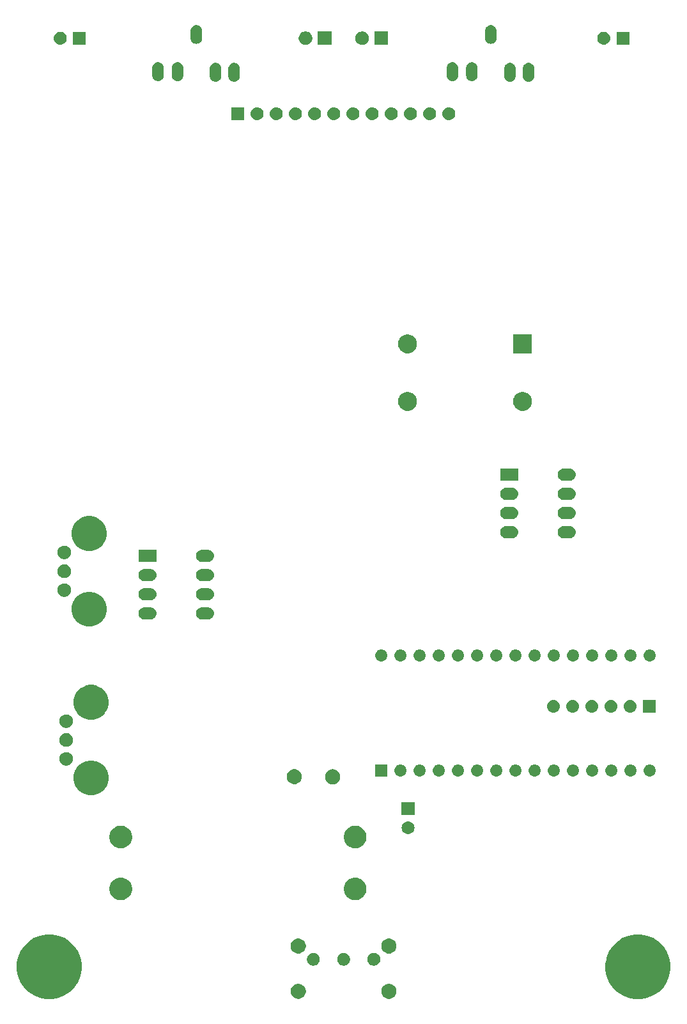
<source format=gbs>
%TF.GenerationSoftware,KiCad,Pcbnew,5.0.2+dfsg1-1*%
%TF.CreationDate,2022-01-02T18:45:16-08:00*%
%TF.ProjectId,brains,62726169-6e73-42e6-9b69-6361645f7063,rev?*%
%TF.SameCoordinates,Original*%
%TF.FileFunction,Soldermask,Bot*%
%TF.FilePolarity,Negative*%
%FSLAX46Y46*%
G04 Gerber Fmt 4.6, Leading zero omitted, Abs format (unit mm)*
G04 Created by KiCad (PCBNEW 5.0.2+dfsg1-1) date Sun 02 Jan 2022 06:45:16 PM PST*
%MOMM*%
%LPD*%
G01*
G04 APERTURE LIST*
%ADD10C,0.100000*%
G04 APERTURE END LIST*
D10*
G36*
X188254264Y-152865246D02*
X189036814Y-153189389D01*
X189594233Y-153561845D01*
X189741093Y-153659974D01*
X190340026Y-154258907D01*
X190340028Y-154258910D01*
X190810611Y-154963186D01*
X191134754Y-155745736D01*
X191201983Y-156083719D01*
X191300000Y-156576486D01*
X191300000Y-157423514D01*
X191134754Y-158254264D01*
X190810611Y-159036814D01*
X190414285Y-159629957D01*
X190340026Y-159741093D01*
X189741093Y-160340026D01*
X189741090Y-160340028D01*
X189036814Y-160810611D01*
X188254264Y-161134754D01*
X187868077Y-161211571D01*
X187423514Y-161300000D01*
X186576486Y-161300000D01*
X186131923Y-161211571D01*
X185745736Y-161134754D01*
X184963186Y-160810611D01*
X184258910Y-160340028D01*
X184258907Y-160340026D01*
X183659974Y-159741093D01*
X183585715Y-159629957D01*
X183189389Y-159036814D01*
X182865246Y-158254264D01*
X182700000Y-157423514D01*
X182700000Y-156576486D01*
X182798017Y-156083719D01*
X182865246Y-155745736D01*
X183189389Y-154963186D01*
X183659972Y-154258910D01*
X183659974Y-154258907D01*
X184258907Y-153659974D01*
X184405767Y-153561845D01*
X184963186Y-153189389D01*
X185745736Y-152865246D01*
X186576486Y-152700000D01*
X187423514Y-152700000D01*
X188254264Y-152865246D01*
X188254264Y-152865246D01*
G37*
G36*
X110254264Y-152865246D02*
X111036814Y-153189389D01*
X111594233Y-153561845D01*
X111741093Y-153659974D01*
X112340026Y-154258907D01*
X112340028Y-154258910D01*
X112810611Y-154963186D01*
X113134754Y-155745736D01*
X113201983Y-156083719D01*
X113300000Y-156576486D01*
X113300000Y-157423514D01*
X113134754Y-158254264D01*
X112810611Y-159036814D01*
X112414285Y-159629957D01*
X112340026Y-159741093D01*
X111741093Y-160340026D01*
X111741090Y-160340028D01*
X111036814Y-160810611D01*
X110254264Y-161134754D01*
X109868077Y-161211571D01*
X109423514Y-161300000D01*
X108576486Y-161300000D01*
X108131923Y-161211571D01*
X107745736Y-161134754D01*
X106963186Y-160810611D01*
X106258910Y-160340028D01*
X106258907Y-160340026D01*
X105659974Y-159741093D01*
X105585715Y-159629957D01*
X105189389Y-159036814D01*
X104865246Y-158254264D01*
X104700000Y-157423514D01*
X104700000Y-156576486D01*
X104798017Y-156083719D01*
X104865246Y-155745736D01*
X105189389Y-154963186D01*
X105659972Y-154258910D01*
X105659974Y-154258907D01*
X106258907Y-153659974D01*
X106405767Y-153561845D01*
X106963186Y-153189389D01*
X107745736Y-152865246D01*
X108576486Y-152700000D01*
X109423514Y-152700000D01*
X110254264Y-152865246D01*
X110254264Y-152865246D01*
G37*
G36*
X142175770Y-159265372D02*
X142291689Y-159288429D01*
X142473678Y-159363811D01*
X142637463Y-159473249D01*
X142776751Y-159612537D01*
X142886189Y-159776322D01*
X142961571Y-159958311D01*
X143000000Y-160151509D01*
X143000000Y-160348491D01*
X142961571Y-160541689D01*
X142886189Y-160723678D01*
X142776751Y-160887463D01*
X142637463Y-161026751D01*
X142473678Y-161136189D01*
X142291689Y-161211571D01*
X142175770Y-161234628D01*
X142098493Y-161250000D01*
X141901507Y-161250000D01*
X141824230Y-161234628D01*
X141708311Y-161211571D01*
X141526322Y-161136189D01*
X141362537Y-161026751D01*
X141223249Y-160887463D01*
X141113811Y-160723678D01*
X141038429Y-160541689D01*
X141000000Y-160348491D01*
X141000000Y-160151509D01*
X141038429Y-159958311D01*
X141113811Y-159776322D01*
X141223249Y-159612537D01*
X141362537Y-159473249D01*
X141526322Y-159363811D01*
X141708311Y-159288429D01*
X141824230Y-159265372D01*
X141901507Y-159250000D01*
X142098493Y-159250000D01*
X142175770Y-159265372D01*
X142175770Y-159265372D01*
G37*
G36*
X154175770Y-159265372D02*
X154291689Y-159288429D01*
X154473678Y-159363811D01*
X154637463Y-159473249D01*
X154776751Y-159612537D01*
X154886189Y-159776322D01*
X154961571Y-159958311D01*
X155000000Y-160151509D01*
X155000000Y-160348491D01*
X154961571Y-160541689D01*
X154886189Y-160723678D01*
X154776751Y-160887463D01*
X154637463Y-161026751D01*
X154473678Y-161136189D01*
X154291689Y-161211571D01*
X154175770Y-161234628D01*
X154098493Y-161250000D01*
X153901507Y-161250000D01*
X153824230Y-161234628D01*
X153708311Y-161211571D01*
X153526322Y-161136189D01*
X153362537Y-161026751D01*
X153223249Y-160887463D01*
X153113811Y-160723678D01*
X153038429Y-160541689D01*
X153000000Y-160348491D01*
X153000000Y-160151509D01*
X153038429Y-159958311D01*
X153113811Y-159776322D01*
X153223249Y-159612537D01*
X153362537Y-159473249D01*
X153526322Y-159363811D01*
X153708311Y-159288429D01*
X153824230Y-159265372D01*
X153901507Y-159250000D01*
X154098493Y-159250000D01*
X154175770Y-159265372D01*
X154175770Y-159265372D01*
G37*
G36*
X152247934Y-155182664D02*
X152402627Y-155246740D01*
X152541847Y-155339764D01*
X152660236Y-155458153D01*
X152753260Y-155597373D01*
X152817336Y-155752066D01*
X152850000Y-155916281D01*
X152850000Y-156083719D01*
X152817336Y-156247934D01*
X152753260Y-156402627D01*
X152660236Y-156541847D01*
X152541847Y-156660236D01*
X152402627Y-156753260D01*
X152247934Y-156817336D01*
X152083719Y-156850000D01*
X151916281Y-156850000D01*
X151752066Y-156817336D01*
X151597373Y-156753260D01*
X151458153Y-156660236D01*
X151339764Y-156541847D01*
X151246740Y-156402627D01*
X151182664Y-156247934D01*
X151150000Y-156083719D01*
X151150000Y-155916281D01*
X151182664Y-155752066D01*
X151246740Y-155597373D01*
X151339764Y-155458153D01*
X151458153Y-155339764D01*
X151597373Y-155246740D01*
X151752066Y-155182664D01*
X151916281Y-155150000D01*
X152083719Y-155150000D01*
X152247934Y-155182664D01*
X152247934Y-155182664D01*
G37*
G36*
X144247934Y-155182664D02*
X144402627Y-155246740D01*
X144541847Y-155339764D01*
X144660236Y-155458153D01*
X144753260Y-155597373D01*
X144817336Y-155752066D01*
X144850000Y-155916281D01*
X144850000Y-156083719D01*
X144817336Y-156247934D01*
X144753260Y-156402627D01*
X144660236Y-156541847D01*
X144541847Y-156660236D01*
X144402627Y-156753260D01*
X144247934Y-156817336D01*
X144083719Y-156850000D01*
X143916281Y-156850000D01*
X143752066Y-156817336D01*
X143597373Y-156753260D01*
X143458153Y-156660236D01*
X143339764Y-156541847D01*
X143246740Y-156402627D01*
X143182664Y-156247934D01*
X143150000Y-156083719D01*
X143150000Y-155916281D01*
X143182664Y-155752066D01*
X143246740Y-155597373D01*
X143339764Y-155458153D01*
X143458153Y-155339764D01*
X143597373Y-155246740D01*
X143752066Y-155182664D01*
X143916281Y-155150000D01*
X144083719Y-155150000D01*
X144247934Y-155182664D01*
X144247934Y-155182664D01*
G37*
G36*
X148247934Y-155182664D02*
X148402627Y-155246740D01*
X148541847Y-155339764D01*
X148660236Y-155458153D01*
X148753260Y-155597373D01*
X148817336Y-155752066D01*
X148850000Y-155916281D01*
X148850000Y-156083719D01*
X148817336Y-156247934D01*
X148753260Y-156402627D01*
X148660236Y-156541847D01*
X148541847Y-156660236D01*
X148402627Y-156753260D01*
X148247934Y-156817336D01*
X148083719Y-156850000D01*
X147916281Y-156850000D01*
X147752066Y-156817336D01*
X147597373Y-156753260D01*
X147458153Y-156660236D01*
X147339764Y-156541847D01*
X147246740Y-156402627D01*
X147182664Y-156247934D01*
X147150000Y-156083719D01*
X147150000Y-155916281D01*
X147182664Y-155752066D01*
X147246740Y-155597373D01*
X147339764Y-155458153D01*
X147458153Y-155339764D01*
X147597373Y-155246740D01*
X147752066Y-155182664D01*
X147916281Y-155150000D01*
X148083719Y-155150000D01*
X148247934Y-155182664D01*
X148247934Y-155182664D01*
G37*
G36*
X154175770Y-153265372D02*
X154291689Y-153288429D01*
X154473678Y-153363811D01*
X154637463Y-153473249D01*
X154776751Y-153612537D01*
X154886189Y-153776322D01*
X154961571Y-153958311D01*
X155000000Y-154151509D01*
X155000000Y-154348491D01*
X154961571Y-154541689D01*
X154886189Y-154723678D01*
X154776751Y-154887463D01*
X154637463Y-155026751D01*
X154473678Y-155136189D01*
X154291689Y-155211571D01*
X154175770Y-155234628D01*
X154098493Y-155250000D01*
X153901507Y-155250000D01*
X153824230Y-155234628D01*
X153708311Y-155211571D01*
X153526322Y-155136189D01*
X153362537Y-155026751D01*
X153223249Y-154887463D01*
X153113811Y-154723678D01*
X153038429Y-154541689D01*
X153000000Y-154348491D01*
X153000000Y-154151509D01*
X153038429Y-153958311D01*
X153113811Y-153776322D01*
X153223249Y-153612537D01*
X153362537Y-153473249D01*
X153526322Y-153363811D01*
X153708311Y-153288429D01*
X153824230Y-153265372D01*
X153901507Y-153250000D01*
X154098493Y-153250000D01*
X154175770Y-153265372D01*
X154175770Y-153265372D01*
G37*
G36*
X142175770Y-153265372D02*
X142291689Y-153288429D01*
X142473678Y-153363811D01*
X142637463Y-153473249D01*
X142776751Y-153612537D01*
X142886189Y-153776322D01*
X142961571Y-153958311D01*
X143000000Y-154151509D01*
X143000000Y-154348491D01*
X142961571Y-154541689D01*
X142886189Y-154723678D01*
X142776751Y-154887463D01*
X142637463Y-155026751D01*
X142473678Y-155136189D01*
X142291689Y-155211571D01*
X142175770Y-155234628D01*
X142098493Y-155250000D01*
X141901507Y-155250000D01*
X141824230Y-155234628D01*
X141708311Y-155211571D01*
X141526322Y-155136189D01*
X141362537Y-155026751D01*
X141223249Y-154887463D01*
X141113811Y-154723678D01*
X141038429Y-154541689D01*
X141000000Y-154348491D01*
X141000000Y-154151509D01*
X141038429Y-153958311D01*
X141113811Y-153776322D01*
X141223249Y-153612537D01*
X141362537Y-153473249D01*
X141526322Y-153363811D01*
X141708311Y-153288429D01*
X141824230Y-153265372D01*
X141901507Y-153250000D01*
X142098493Y-153250000D01*
X142175770Y-153265372D01*
X142175770Y-153265372D01*
G37*
G36*
X118810935Y-145228429D02*
X118907534Y-145247644D01*
X119180517Y-145360717D01*
X119422920Y-145522687D01*
X119426197Y-145524876D01*
X119635124Y-145733803D01*
X119799284Y-145979485D01*
X119912356Y-146252467D01*
X119970000Y-146542261D01*
X119970000Y-146837739D01*
X119912356Y-147127533D01*
X119799284Y-147400515D01*
X119635124Y-147646197D01*
X119426197Y-147855124D01*
X119426194Y-147855126D01*
X119180517Y-148019283D01*
X118907534Y-148132356D01*
X118810935Y-148151571D01*
X118617739Y-148190000D01*
X118322261Y-148190000D01*
X118129065Y-148151571D01*
X118032466Y-148132356D01*
X117759483Y-148019283D01*
X117513806Y-147855126D01*
X117513803Y-147855124D01*
X117304876Y-147646197D01*
X117140716Y-147400515D01*
X117027644Y-147127533D01*
X116970000Y-146837739D01*
X116970000Y-146542261D01*
X117027644Y-146252467D01*
X117140716Y-145979485D01*
X117304876Y-145733803D01*
X117513803Y-145524876D01*
X117517080Y-145522687D01*
X117759483Y-145360717D01*
X118032466Y-145247644D01*
X118129065Y-145228429D01*
X118322261Y-145190000D01*
X118617739Y-145190000D01*
X118810935Y-145228429D01*
X118810935Y-145228429D01*
G37*
G36*
X149870935Y-145228429D02*
X149967534Y-145247644D01*
X150240517Y-145360717D01*
X150482920Y-145522687D01*
X150486197Y-145524876D01*
X150695124Y-145733803D01*
X150859284Y-145979485D01*
X150972356Y-146252467D01*
X151030000Y-146542261D01*
X151030000Y-146837739D01*
X150972356Y-147127533D01*
X150859284Y-147400515D01*
X150695124Y-147646197D01*
X150486197Y-147855124D01*
X150486194Y-147855126D01*
X150240517Y-148019283D01*
X149967534Y-148132356D01*
X149870935Y-148151571D01*
X149677739Y-148190000D01*
X149382261Y-148190000D01*
X149189065Y-148151571D01*
X149092466Y-148132356D01*
X148819483Y-148019283D01*
X148573806Y-147855126D01*
X148573803Y-147855124D01*
X148364876Y-147646197D01*
X148200716Y-147400515D01*
X148087644Y-147127533D01*
X148030000Y-146837739D01*
X148030000Y-146542261D01*
X148087644Y-146252467D01*
X148200716Y-145979485D01*
X148364876Y-145733803D01*
X148573803Y-145524876D01*
X148577080Y-145522687D01*
X148819483Y-145360717D01*
X149092466Y-145247644D01*
X149189065Y-145228429D01*
X149382261Y-145190000D01*
X149677739Y-145190000D01*
X149870935Y-145228429D01*
X149870935Y-145228429D01*
G37*
G36*
X149870935Y-138348429D02*
X149967534Y-138367644D01*
X150240517Y-138480717D01*
X150389104Y-138580000D01*
X150486197Y-138644876D01*
X150695124Y-138853803D01*
X150695126Y-138853806D01*
X150859283Y-139099483D01*
X150972356Y-139372466D01*
X150981354Y-139417701D01*
X151030000Y-139662261D01*
X151030000Y-139957739D01*
X150972356Y-140247533D01*
X150859284Y-140520515D01*
X150695124Y-140766197D01*
X150486197Y-140975124D01*
X150486194Y-140975126D01*
X150240517Y-141139283D01*
X149967534Y-141252356D01*
X149870935Y-141271571D01*
X149677739Y-141310000D01*
X149382261Y-141310000D01*
X149189065Y-141271571D01*
X149092466Y-141252356D01*
X148819483Y-141139283D01*
X148573806Y-140975126D01*
X148573803Y-140975124D01*
X148364876Y-140766197D01*
X148200716Y-140520515D01*
X148087644Y-140247533D01*
X148030000Y-139957739D01*
X148030000Y-139662261D01*
X148078646Y-139417701D01*
X148087644Y-139372466D01*
X148200717Y-139099483D01*
X148364874Y-138853806D01*
X148364876Y-138853803D01*
X148573803Y-138644876D01*
X148670896Y-138580000D01*
X148819483Y-138480717D01*
X149092466Y-138367644D01*
X149189065Y-138348429D01*
X149382261Y-138310000D01*
X149677739Y-138310000D01*
X149870935Y-138348429D01*
X149870935Y-138348429D01*
G37*
G36*
X118810935Y-138348429D02*
X118907534Y-138367644D01*
X119180517Y-138480717D01*
X119329104Y-138580000D01*
X119426197Y-138644876D01*
X119635124Y-138853803D01*
X119635126Y-138853806D01*
X119799283Y-139099483D01*
X119912356Y-139372466D01*
X119921354Y-139417701D01*
X119970000Y-139662261D01*
X119970000Y-139957739D01*
X119912356Y-140247533D01*
X119799284Y-140520515D01*
X119635124Y-140766197D01*
X119426197Y-140975124D01*
X119426194Y-140975126D01*
X119180517Y-141139283D01*
X118907534Y-141252356D01*
X118810935Y-141271571D01*
X118617739Y-141310000D01*
X118322261Y-141310000D01*
X118129065Y-141271571D01*
X118032466Y-141252356D01*
X117759483Y-141139283D01*
X117513806Y-140975126D01*
X117513803Y-140975124D01*
X117304876Y-140766197D01*
X117140716Y-140520515D01*
X117027644Y-140247533D01*
X116970000Y-139957739D01*
X116970000Y-139662261D01*
X117018646Y-139417701D01*
X117027644Y-139372466D01*
X117140717Y-139099483D01*
X117304874Y-138853806D01*
X117304876Y-138853803D01*
X117513803Y-138644876D01*
X117610896Y-138580000D01*
X117759483Y-138480717D01*
X118032466Y-138367644D01*
X118129065Y-138348429D01*
X118322261Y-138310000D01*
X118617739Y-138310000D01*
X118810935Y-138348429D01*
X118810935Y-138348429D01*
G37*
G36*
X156706630Y-137742299D02*
X156866855Y-137790903D01*
X157014520Y-137869831D01*
X157143949Y-137976051D01*
X157250169Y-138105480D01*
X157329097Y-138253145D01*
X157377701Y-138413370D01*
X157394112Y-138580000D01*
X157377701Y-138746630D01*
X157329097Y-138906855D01*
X157250169Y-139054520D01*
X157143949Y-139183949D01*
X157014520Y-139290169D01*
X156866855Y-139369097D01*
X156706630Y-139417701D01*
X156581752Y-139430000D01*
X156498248Y-139430000D01*
X156373370Y-139417701D01*
X156213145Y-139369097D01*
X156065480Y-139290169D01*
X155936051Y-139183949D01*
X155829831Y-139054520D01*
X155750903Y-138906855D01*
X155702299Y-138746630D01*
X155685888Y-138580000D01*
X155702299Y-138413370D01*
X155750903Y-138253145D01*
X155829831Y-138105480D01*
X155936051Y-137976051D01*
X156065480Y-137869831D01*
X156213145Y-137790903D01*
X156373370Y-137742299D01*
X156498248Y-137730000D01*
X156581752Y-137730000D01*
X156706630Y-137742299D01*
X156706630Y-137742299D01*
G37*
G36*
X157390000Y-136890000D02*
X155690000Y-136890000D01*
X155690000Y-135190000D01*
X157390000Y-135190000D01*
X157390000Y-136890000D01*
X157390000Y-136890000D01*
G37*
G36*
X115222885Y-129748387D02*
X115555859Y-129886309D01*
X115641459Y-129921766D01*
X115809005Y-130033717D01*
X116018168Y-130173475D01*
X116338525Y-130493832D01*
X116338527Y-130493835D01*
X116560473Y-130826000D01*
X116590235Y-130870543D01*
X116763613Y-131289115D01*
X116852000Y-131733468D01*
X116852000Y-132186532D01*
X116763613Y-132630885D01*
X116590235Y-133049457D01*
X116338525Y-133426168D01*
X116018168Y-133746525D01*
X116018165Y-133746527D01*
X115641459Y-133998234D01*
X115641458Y-133998235D01*
X115641457Y-133998235D01*
X115222885Y-134171613D01*
X114778532Y-134260000D01*
X114325468Y-134260000D01*
X113881115Y-134171613D01*
X113462543Y-133998235D01*
X113462542Y-133998235D01*
X113462541Y-133998234D01*
X113085835Y-133746527D01*
X113085832Y-133746525D01*
X112765475Y-133426168D01*
X112513765Y-133049457D01*
X112340387Y-132630885D01*
X112252000Y-132186532D01*
X112252000Y-131733468D01*
X112340387Y-131289115D01*
X112513765Y-130870543D01*
X112543528Y-130826000D01*
X112765473Y-130493835D01*
X112765475Y-130493832D01*
X113085832Y-130173475D01*
X113294995Y-130033717D01*
X113462541Y-129921766D01*
X113548142Y-129886309D01*
X113881115Y-129748387D01*
X114325468Y-129660000D01*
X114778532Y-129660000D01*
X115222885Y-129748387D01*
X115222885Y-129748387D01*
G37*
G36*
X146733770Y-130841372D02*
X146849689Y-130864429D01*
X147031678Y-130939811D01*
X147195463Y-131049249D01*
X147334751Y-131188537D01*
X147444189Y-131352322D01*
X147519571Y-131534311D01*
X147558000Y-131727509D01*
X147558000Y-131924491D01*
X147519571Y-132117689D01*
X147444189Y-132299678D01*
X147334751Y-132463463D01*
X147195463Y-132602751D01*
X147031678Y-132712189D01*
X146849689Y-132787571D01*
X146733770Y-132810628D01*
X146656493Y-132826000D01*
X146459507Y-132826000D01*
X146382230Y-132810628D01*
X146266311Y-132787571D01*
X146084322Y-132712189D01*
X145920537Y-132602751D01*
X145781249Y-132463463D01*
X145671811Y-132299678D01*
X145596429Y-132117689D01*
X145558000Y-131924491D01*
X145558000Y-131727509D01*
X145596429Y-131534311D01*
X145671811Y-131352322D01*
X145781249Y-131188537D01*
X145920537Y-131049249D01*
X146084322Y-130939811D01*
X146266311Y-130864429D01*
X146382230Y-130841372D01*
X146459507Y-130826000D01*
X146656493Y-130826000D01*
X146733770Y-130841372D01*
X146733770Y-130841372D01*
G37*
G36*
X141653770Y-130831372D02*
X141769689Y-130854429D01*
X141951678Y-130929811D01*
X142115463Y-131039249D01*
X142254751Y-131178537D01*
X142364189Y-131342322D01*
X142439571Y-131524311D01*
X142478000Y-131717509D01*
X142478000Y-131914491D01*
X142439571Y-132107689D01*
X142364189Y-132289678D01*
X142254751Y-132453463D01*
X142115463Y-132592751D01*
X141951678Y-132702189D01*
X141769689Y-132777571D01*
X141653770Y-132800628D01*
X141576493Y-132816000D01*
X141379507Y-132816000D01*
X141302230Y-132800628D01*
X141186311Y-132777571D01*
X141004322Y-132702189D01*
X140840537Y-132592751D01*
X140701249Y-132453463D01*
X140591811Y-132289678D01*
X140516429Y-132107689D01*
X140478000Y-131914491D01*
X140478000Y-131717509D01*
X140516429Y-131524311D01*
X140591811Y-131342322D01*
X140701249Y-131178537D01*
X140840537Y-131039249D01*
X141004322Y-130929811D01*
X141186311Y-130854429D01*
X141302230Y-130831372D01*
X141379507Y-130816000D01*
X141576493Y-130816000D01*
X141653770Y-130831372D01*
X141653770Y-130831372D01*
G37*
G36*
X186137649Y-130207717D02*
X186176827Y-130211576D01*
X186252227Y-130234448D01*
X186327629Y-130257321D01*
X186466608Y-130331608D01*
X186588422Y-130431578D01*
X186688392Y-130553392D01*
X186762679Y-130692371D01*
X186762679Y-130692372D01*
X186808424Y-130843173D01*
X186811119Y-130870541D01*
X186823870Y-131000000D01*
X186808424Y-131156826D01*
X186762679Y-131307629D01*
X186688392Y-131446608D01*
X186588422Y-131568422D01*
X186466608Y-131668392D01*
X186327629Y-131742679D01*
X186252228Y-131765551D01*
X186176827Y-131788424D01*
X186137649Y-131792283D01*
X186059295Y-131800000D01*
X185980705Y-131800000D01*
X185902351Y-131792283D01*
X185863173Y-131788424D01*
X185787772Y-131765551D01*
X185712371Y-131742679D01*
X185573392Y-131668392D01*
X185451578Y-131568422D01*
X185351608Y-131446608D01*
X185277321Y-131307629D01*
X185231576Y-131156826D01*
X185216130Y-131000000D01*
X185228881Y-130870541D01*
X185231576Y-130843173D01*
X185277321Y-130692372D01*
X185277321Y-130692371D01*
X185351608Y-130553392D01*
X185451578Y-130431578D01*
X185573392Y-130331608D01*
X185712371Y-130257321D01*
X185787772Y-130234449D01*
X185863173Y-130211576D01*
X185902351Y-130207717D01*
X185980705Y-130200000D01*
X186059295Y-130200000D01*
X186137649Y-130207717D01*
X186137649Y-130207717D01*
G37*
G36*
X165817649Y-130207717D02*
X165856827Y-130211576D01*
X165932227Y-130234448D01*
X166007629Y-130257321D01*
X166146608Y-130331608D01*
X166268422Y-130431578D01*
X166368392Y-130553392D01*
X166442679Y-130692371D01*
X166442679Y-130692372D01*
X166488424Y-130843173D01*
X166491119Y-130870541D01*
X166503870Y-131000000D01*
X166488424Y-131156826D01*
X166442679Y-131307629D01*
X166368392Y-131446608D01*
X166268422Y-131568422D01*
X166146608Y-131668392D01*
X166007629Y-131742679D01*
X165932228Y-131765551D01*
X165856827Y-131788424D01*
X165817649Y-131792283D01*
X165739295Y-131800000D01*
X165660705Y-131800000D01*
X165582351Y-131792283D01*
X165543173Y-131788424D01*
X165467772Y-131765551D01*
X165392371Y-131742679D01*
X165253392Y-131668392D01*
X165131578Y-131568422D01*
X165031608Y-131446608D01*
X164957321Y-131307629D01*
X164911576Y-131156826D01*
X164896130Y-131000000D01*
X164908881Y-130870541D01*
X164911576Y-130843173D01*
X164957321Y-130692372D01*
X164957321Y-130692371D01*
X165031608Y-130553392D01*
X165131578Y-130431578D01*
X165253392Y-130331608D01*
X165392371Y-130257321D01*
X165467772Y-130234449D01*
X165543173Y-130211576D01*
X165582351Y-130207717D01*
X165660705Y-130200000D01*
X165739295Y-130200000D01*
X165817649Y-130207717D01*
X165817649Y-130207717D01*
G37*
G36*
X163277649Y-130207717D02*
X163316827Y-130211576D01*
X163392227Y-130234448D01*
X163467629Y-130257321D01*
X163606608Y-130331608D01*
X163728422Y-130431578D01*
X163828392Y-130553392D01*
X163902679Y-130692371D01*
X163902679Y-130692372D01*
X163948424Y-130843173D01*
X163951119Y-130870541D01*
X163963870Y-131000000D01*
X163948424Y-131156826D01*
X163902679Y-131307629D01*
X163828392Y-131446608D01*
X163728422Y-131568422D01*
X163606608Y-131668392D01*
X163467629Y-131742679D01*
X163392228Y-131765551D01*
X163316827Y-131788424D01*
X163277649Y-131792283D01*
X163199295Y-131800000D01*
X163120705Y-131800000D01*
X163042351Y-131792283D01*
X163003173Y-131788424D01*
X162927772Y-131765551D01*
X162852371Y-131742679D01*
X162713392Y-131668392D01*
X162591578Y-131568422D01*
X162491608Y-131446608D01*
X162417321Y-131307629D01*
X162371576Y-131156826D01*
X162356130Y-131000000D01*
X162368881Y-130870541D01*
X162371576Y-130843173D01*
X162417321Y-130692372D01*
X162417321Y-130692371D01*
X162491608Y-130553392D01*
X162591578Y-130431578D01*
X162713392Y-130331608D01*
X162852371Y-130257321D01*
X162927772Y-130234449D01*
X163003173Y-130211576D01*
X163042351Y-130207717D01*
X163120705Y-130200000D01*
X163199295Y-130200000D01*
X163277649Y-130207717D01*
X163277649Y-130207717D01*
G37*
G36*
X178517649Y-130207717D02*
X178556827Y-130211576D01*
X178632227Y-130234448D01*
X178707629Y-130257321D01*
X178846608Y-130331608D01*
X178968422Y-130431578D01*
X179068392Y-130553392D01*
X179142679Y-130692371D01*
X179142679Y-130692372D01*
X179188424Y-130843173D01*
X179191119Y-130870541D01*
X179203870Y-131000000D01*
X179188424Y-131156826D01*
X179142679Y-131307629D01*
X179068392Y-131446608D01*
X178968422Y-131568422D01*
X178846608Y-131668392D01*
X178707629Y-131742679D01*
X178632228Y-131765551D01*
X178556827Y-131788424D01*
X178517649Y-131792283D01*
X178439295Y-131800000D01*
X178360705Y-131800000D01*
X178282351Y-131792283D01*
X178243173Y-131788424D01*
X178167772Y-131765551D01*
X178092371Y-131742679D01*
X177953392Y-131668392D01*
X177831578Y-131568422D01*
X177731608Y-131446608D01*
X177657321Y-131307629D01*
X177611576Y-131156826D01*
X177596130Y-131000000D01*
X177608881Y-130870541D01*
X177611576Y-130843173D01*
X177657321Y-130692372D01*
X177657321Y-130692371D01*
X177731608Y-130553392D01*
X177831578Y-130431578D01*
X177953392Y-130331608D01*
X178092371Y-130257321D01*
X178167772Y-130234449D01*
X178243173Y-130211576D01*
X178282351Y-130207717D01*
X178360705Y-130200000D01*
X178439295Y-130200000D01*
X178517649Y-130207717D01*
X178517649Y-130207717D01*
G37*
G36*
X175977649Y-130207717D02*
X176016827Y-130211576D01*
X176092227Y-130234448D01*
X176167629Y-130257321D01*
X176306608Y-130331608D01*
X176428422Y-130431578D01*
X176528392Y-130553392D01*
X176602679Y-130692371D01*
X176602679Y-130692372D01*
X176648424Y-130843173D01*
X176651119Y-130870541D01*
X176663870Y-131000000D01*
X176648424Y-131156826D01*
X176602679Y-131307629D01*
X176528392Y-131446608D01*
X176428422Y-131568422D01*
X176306608Y-131668392D01*
X176167629Y-131742679D01*
X176092228Y-131765551D01*
X176016827Y-131788424D01*
X175977649Y-131792283D01*
X175899295Y-131800000D01*
X175820705Y-131800000D01*
X175742351Y-131792283D01*
X175703173Y-131788424D01*
X175627772Y-131765551D01*
X175552371Y-131742679D01*
X175413392Y-131668392D01*
X175291578Y-131568422D01*
X175191608Y-131446608D01*
X175117321Y-131307629D01*
X175071576Y-131156826D01*
X175056130Y-131000000D01*
X175068881Y-130870541D01*
X175071576Y-130843173D01*
X175117321Y-130692372D01*
X175117321Y-130692371D01*
X175191608Y-130553392D01*
X175291578Y-130431578D01*
X175413392Y-130331608D01*
X175552371Y-130257321D01*
X175627772Y-130234449D01*
X175703173Y-130211576D01*
X175742351Y-130207717D01*
X175820705Y-130200000D01*
X175899295Y-130200000D01*
X175977649Y-130207717D01*
X175977649Y-130207717D01*
G37*
G36*
X168357649Y-130207717D02*
X168396827Y-130211576D01*
X168472227Y-130234448D01*
X168547629Y-130257321D01*
X168686608Y-130331608D01*
X168808422Y-130431578D01*
X168908392Y-130553392D01*
X168982679Y-130692371D01*
X168982679Y-130692372D01*
X169028424Y-130843173D01*
X169031119Y-130870541D01*
X169043870Y-131000000D01*
X169028424Y-131156826D01*
X168982679Y-131307629D01*
X168908392Y-131446608D01*
X168808422Y-131568422D01*
X168686608Y-131668392D01*
X168547629Y-131742679D01*
X168472228Y-131765551D01*
X168396827Y-131788424D01*
X168357649Y-131792283D01*
X168279295Y-131800000D01*
X168200705Y-131800000D01*
X168122351Y-131792283D01*
X168083173Y-131788424D01*
X168007772Y-131765551D01*
X167932371Y-131742679D01*
X167793392Y-131668392D01*
X167671578Y-131568422D01*
X167571608Y-131446608D01*
X167497321Y-131307629D01*
X167451576Y-131156826D01*
X167436130Y-131000000D01*
X167448881Y-130870541D01*
X167451576Y-130843173D01*
X167497321Y-130692372D01*
X167497321Y-130692371D01*
X167571608Y-130553392D01*
X167671578Y-130431578D01*
X167793392Y-130331608D01*
X167932371Y-130257321D01*
X168007772Y-130234449D01*
X168083173Y-130211576D01*
X168122351Y-130207717D01*
X168200705Y-130200000D01*
X168279295Y-130200000D01*
X168357649Y-130207717D01*
X168357649Y-130207717D01*
G37*
G36*
X181057649Y-130207717D02*
X181096827Y-130211576D01*
X181172227Y-130234448D01*
X181247629Y-130257321D01*
X181386608Y-130331608D01*
X181508422Y-130431578D01*
X181608392Y-130553392D01*
X181682679Y-130692371D01*
X181682679Y-130692372D01*
X181728424Y-130843173D01*
X181731119Y-130870541D01*
X181743870Y-131000000D01*
X181728424Y-131156826D01*
X181682679Y-131307629D01*
X181608392Y-131446608D01*
X181508422Y-131568422D01*
X181386608Y-131668392D01*
X181247629Y-131742679D01*
X181172228Y-131765551D01*
X181096827Y-131788424D01*
X181057649Y-131792283D01*
X180979295Y-131800000D01*
X180900705Y-131800000D01*
X180822351Y-131792283D01*
X180783173Y-131788424D01*
X180707772Y-131765551D01*
X180632371Y-131742679D01*
X180493392Y-131668392D01*
X180371578Y-131568422D01*
X180271608Y-131446608D01*
X180197321Y-131307629D01*
X180151576Y-131156826D01*
X180136130Y-131000000D01*
X180148881Y-130870541D01*
X180151576Y-130843173D01*
X180197321Y-130692372D01*
X180197321Y-130692371D01*
X180271608Y-130553392D01*
X180371578Y-130431578D01*
X180493392Y-130331608D01*
X180632371Y-130257321D01*
X180707772Y-130234449D01*
X180783173Y-130211576D01*
X180822351Y-130207717D01*
X180900705Y-130200000D01*
X180979295Y-130200000D01*
X181057649Y-130207717D01*
X181057649Y-130207717D01*
G37*
G36*
X183597649Y-130207717D02*
X183636827Y-130211576D01*
X183712227Y-130234448D01*
X183787629Y-130257321D01*
X183926608Y-130331608D01*
X184048422Y-130431578D01*
X184148392Y-130553392D01*
X184222679Y-130692371D01*
X184222679Y-130692372D01*
X184268424Y-130843173D01*
X184271119Y-130870541D01*
X184283870Y-131000000D01*
X184268424Y-131156826D01*
X184222679Y-131307629D01*
X184148392Y-131446608D01*
X184048422Y-131568422D01*
X183926608Y-131668392D01*
X183787629Y-131742679D01*
X183712228Y-131765551D01*
X183636827Y-131788424D01*
X183597649Y-131792283D01*
X183519295Y-131800000D01*
X183440705Y-131800000D01*
X183362351Y-131792283D01*
X183323173Y-131788424D01*
X183247772Y-131765551D01*
X183172371Y-131742679D01*
X183033392Y-131668392D01*
X182911578Y-131568422D01*
X182811608Y-131446608D01*
X182737321Y-131307629D01*
X182691576Y-131156826D01*
X182676130Y-131000000D01*
X182688881Y-130870541D01*
X182691576Y-130843173D01*
X182737321Y-130692372D01*
X182737321Y-130692371D01*
X182811608Y-130553392D01*
X182911578Y-130431578D01*
X183033392Y-130331608D01*
X183172371Y-130257321D01*
X183247772Y-130234449D01*
X183323173Y-130211576D01*
X183362351Y-130207717D01*
X183440705Y-130200000D01*
X183519295Y-130200000D01*
X183597649Y-130207717D01*
X183597649Y-130207717D01*
G37*
G36*
X188677649Y-130207717D02*
X188716827Y-130211576D01*
X188792227Y-130234448D01*
X188867629Y-130257321D01*
X189006608Y-130331608D01*
X189128422Y-130431578D01*
X189228392Y-130553392D01*
X189302679Y-130692371D01*
X189302679Y-130692372D01*
X189348424Y-130843173D01*
X189351119Y-130870541D01*
X189363870Y-131000000D01*
X189348424Y-131156826D01*
X189302679Y-131307629D01*
X189228392Y-131446608D01*
X189128422Y-131568422D01*
X189006608Y-131668392D01*
X188867629Y-131742679D01*
X188792228Y-131765551D01*
X188716827Y-131788424D01*
X188677649Y-131792283D01*
X188599295Y-131800000D01*
X188520705Y-131800000D01*
X188442351Y-131792283D01*
X188403173Y-131788424D01*
X188327772Y-131765551D01*
X188252371Y-131742679D01*
X188113392Y-131668392D01*
X187991578Y-131568422D01*
X187891608Y-131446608D01*
X187817321Y-131307629D01*
X187771576Y-131156826D01*
X187756130Y-131000000D01*
X187768881Y-130870541D01*
X187771576Y-130843173D01*
X187817321Y-130692372D01*
X187817321Y-130692371D01*
X187891608Y-130553392D01*
X187991578Y-130431578D01*
X188113392Y-130331608D01*
X188252371Y-130257321D01*
X188327772Y-130234449D01*
X188403173Y-130211576D01*
X188442351Y-130207717D01*
X188520705Y-130200000D01*
X188599295Y-130200000D01*
X188677649Y-130207717D01*
X188677649Y-130207717D01*
G37*
G36*
X173437649Y-130207717D02*
X173476827Y-130211576D01*
X173552227Y-130234448D01*
X173627629Y-130257321D01*
X173766608Y-130331608D01*
X173888422Y-130431578D01*
X173988392Y-130553392D01*
X174062679Y-130692371D01*
X174062679Y-130692372D01*
X174108424Y-130843173D01*
X174111119Y-130870541D01*
X174123870Y-131000000D01*
X174108424Y-131156826D01*
X174062679Y-131307629D01*
X173988392Y-131446608D01*
X173888422Y-131568422D01*
X173766608Y-131668392D01*
X173627629Y-131742679D01*
X173552228Y-131765551D01*
X173476827Y-131788424D01*
X173437649Y-131792283D01*
X173359295Y-131800000D01*
X173280705Y-131800000D01*
X173202351Y-131792283D01*
X173163173Y-131788424D01*
X173087772Y-131765551D01*
X173012371Y-131742679D01*
X172873392Y-131668392D01*
X172751578Y-131568422D01*
X172651608Y-131446608D01*
X172577321Y-131307629D01*
X172531576Y-131156826D01*
X172516130Y-131000000D01*
X172528881Y-130870541D01*
X172531576Y-130843173D01*
X172577321Y-130692372D01*
X172577321Y-130692371D01*
X172651608Y-130553392D01*
X172751578Y-130431578D01*
X172873392Y-130331608D01*
X173012371Y-130257321D01*
X173087772Y-130234449D01*
X173163173Y-130211576D01*
X173202351Y-130207717D01*
X173280705Y-130200000D01*
X173359295Y-130200000D01*
X173437649Y-130207717D01*
X173437649Y-130207717D01*
G37*
G36*
X153800000Y-131800000D02*
X152200000Y-131800000D01*
X152200000Y-130200000D01*
X153800000Y-130200000D01*
X153800000Y-131800000D01*
X153800000Y-131800000D01*
G37*
G36*
X155657649Y-130207717D02*
X155696827Y-130211576D01*
X155772227Y-130234448D01*
X155847629Y-130257321D01*
X155986608Y-130331608D01*
X156108422Y-130431578D01*
X156208392Y-130553392D01*
X156282679Y-130692371D01*
X156282679Y-130692372D01*
X156328424Y-130843173D01*
X156331119Y-130870541D01*
X156343870Y-131000000D01*
X156328424Y-131156826D01*
X156282679Y-131307629D01*
X156208392Y-131446608D01*
X156108422Y-131568422D01*
X155986608Y-131668392D01*
X155847629Y-131742679D01*
X155772228Y-131765551D01*
X155696827Y-131788424D01*
X155657649Y-131792283D01*
X155579295Y-131800000D01*
X155500705Y-131800000D01*
X155422351Y-131792283D01*
X155383173Y-131788424D01*
X155307772Y-131765551D01*
X155232371Y-131742679D01*
X155093392Y-131668392D01*
X154971578Y-131568422D01*
X154871608Y-131446608D01*
X154797321Y-131307629D01*
X154751576Y-131156826D01*
X154736130Y-131000000D01*
X154748881Y-130870541D01*
X154751576Y-130843173D01*
X154797321Y-130692372D01*
X154797321Y-130692371D01*
X154871608Y-130553392D01*
X154971578Y-130431578D01*
X155093392Y-130331608D01*
X155232371Y-130257321D01*
X155307772Y-130234449D01*
X155383173Y-130211576D01*
X155422351Y-130207717D01*
X155500705Y-130200000D01*
X155579295Y-130200000D01*
X155657649Y-130207717D01*
X155657649Y-130207717D01*
G37*
G36*
X158197649Y-130207717D02*
X158236827Y-130211576D01*
X158312227Y-130234448D01*
X158387629Y-130257321D01*
X158526608Y-130331608D01*
X158648422Y-130431578D01*
X158748392Y-130553392D01*
X158822679Y-130692371D01*
X158822679Y-130692372D01*
X158868424Y-130843173D01*
X158871119Y-130870541D01*
X158883870Y-131000000D01*
X158868424Y-131156826D01*
X158822679Y-131307629D01*
X158748392Y-131446608D01*
X158648422Y-131568422D01*
X158526608Y-131668392D01*
X158387629Y-131742679D01*
X158312228Y-131765551D01*
X158236827Y-131788424D01*
X158197649Y-131792283D01*
X158119295Y-131800000D01*
X158040705Y-131800000D01*
X157962351Y-131792283D01*
X157923173Y-131788424D01*
X157847772Y-131765551D01*
X157772371Y-131742679D01*
X157633392Y-131668392D01*
X157511578Y-131568422D01*
X157411608Y-131446608D01*
X157337321Y-131307629D01*
X157291576Y-131156826D01*
X157276130Y-131000000D01*
X157288881Y-130870541D01*
X157291576Y-130843173D01*
X157337321Y-130692372D01*
X157337321Y-130692371D01*
X157411608Y-130553392D01*
X157511578Y-130431578D01*
X157633392Y-130331608D01*
X157772371Y-130257321D01*
X157847772Y-130234449D01*
X157923173Y-130211576D01*
X157962351Y-130207717D01*
X158040705Y-130200000D01*
X158119295Y-130200000D01*
X158197649Y-130207717D01*
X158197649Y-130207717D01*
G37*
G36*
X160737649Y-130207717D02*
X160776827Y-130211576D01*
X160852227Y-130234448D01*
X160927629Y-130257321D01*
X161066608Y-130331608D01*
X161188422Y-130431578D01*
X161288392Y-130553392D01*
X161362679Y-130692371D01*
X161362679Y-130692372D01*
X161408424Y-130843173D01*
X161411119Y-130870541D01*
X161423870Y-131000000D01*
X161408424Y-131156826D01*
X161362679Y-131307629D01*
X161288392Y-131446608D01*
X161188422Y-131568422D01*
X161066608Y-131668392D01*
X160927629Y-131742679D01*
X160852228Y-131765551D01*
X160776827Y-131788424D01*
X160737649Y-131792283D01*
X160659295Y-131800000D01*
X160580705Y-131800000D01*
X160502351Y-131792283D01*
X160463173Y-131788424D01*
X160387772Y-131765551D01*
X160312371Y-131742679D01*
X160173392Y-131668392D01*
X160051578Y-131568422D01*
X159951608Y-131446608D01*
X159877321Y-131307629D01*
X159831576Y-131156826D01*
X159816130Y-131000000D01*
X159828881Y-130870541D01*
X159831576Y-130843173D01*
X159877321Y-130692372D01*
X159877321Y-130692371D01*
X159951608Y-130553392D01*
X160051578Y-130431578D01*
X160173392Y-130331608D01*
X160312371Y-130257321D01*
X160387772Y-130234449D01*
X160463173Y-130211576D01*
X160502351Y-130207717D01*
X160580705Y-130200000D01*
X160659295Y-130200000D01*
X160737649Y-130207717D01*
X160737649Y-130207717D01*
G37*
G36*
X170897649Y-130207717D02*
X170936827Y-130211576D01*
X171012227Y-130234448D01*
X171087629Y-130257321D01*
X171226608Y-130331608D01*
X171348422Y-130431578D01*
X171448392Y-130553392D01*
X171522679Y-130692371D01*
X171522679Y-130692372D01*
X171568424Y-130843173D01*
X171571119Y-130870541D01*
X171583870Y-131000000D01*
X171568424Y-131156826D01*
X171522679Y-131307629D01*
X171448392Y-131446608D01*
X171348422Y-131568422D01*
X171226608Y-131668392D01*
X171087629Y-131742679D01*
X171012228Y-131765551D01*
X170936827Y-131788424D01*
X170897649Y-131792283D01*
X170819295Y-131800000D01*
X170740705Y-131800000D01*
X170662351Y-131792283D01*
X170623173Y-131788424D01*
X170547772Y-131765551D01*
X170472371Y-131742679D01*
X170333392Y-131668392D01*
X170211578Y-131568422D01*
X170111608Y-131446608D01*
X170037321Y-131307629D01*
X169991576Y-131156826D01*
X169976130Y-131000000D01*
X169988881Y-130870541D01*
X169991576Y-130843173D01*
X170037321Y-130692372D01*
X170037321Y-130692371D01*
X170111608Y-130553392D01*
X170211578Y-130431578D01*
X170333392Y-130331608D01*
X170472371Y-130257321D01*
X170547772Y-130234449D01*
X170623173Y-130211576D01*
X170662351Y-130207717D01*
X170740705Y-130200000D01*
X170819295Y-130200000D01*
X170897649Y-130207717D01*
X170897649Y-130207717D01*
G37*
G36*
X111514521Y-128594586D02*
X111678309Y-128662429D01*
X111825720Y-128760926D01*
X111951074Y-128886280D01*
X112049571Y-129033691D01*
X112117414Y-129197479D01*
X112152000Y-129371356D01*
X112152000Y-129548644D01*
X112117414Y-129722521D01*
X112049571Y-129886309D01*
X111951074Y-130033720D01*
X111825720Y-130159074D01*
X111678309Y-130257571D01*
X111514521Y-130325414D01*
X111340644Y-130360000D01*
X111163356Y-130360000D01*
X110989479Y-130325414D01*
X110825691Y-130257571D01*
X110678280Y-130159074D01*
X110552926Y-130033720D01*
X110454429Y-129886309D01*
X110386586Y-129722521D01*
X110352000Y-129548644D01*
X110352000Y-129371356D01*
X110386586Y-129197479D01*
X110454429Y-129033691D01*
X110552926Y-128886280D01*
X110678280Y-128760926D01*
X110825691Y-128662429D01*
X110989479Y-128594586D01*
X111163356Y-128560000D01*
X111340644Y-128560000D01*
X111514521Y-128594586D01*
X111514521Y-128594586D01*
G37*
G36*
X111514521Y-126094586D02*
X111678309Y-126162429D01*
X111825720Y-126260926D01*
X111951074Y-126386280D01*
X112049571Y-126533691D01*
X112117414Y-126697479D01*
X112152000Y-126871356D01*
X112152000Y-127048644D01*
X112117414Y-127222521D01*
X112049571Y-127386309D01*
X111951074Y-127533720D01*
X111825720Y-127659074D01*
X111678309Y-127757571D01*
X111514521Y-127825414D01*
X111340644Y-127860000D01*
X111163356Y-127860000D01*
X110989479Y-127825414D01*
X110825691Y-127757571D01*
X110678280Y-127659074D01*
X110552926Y-127533720D01*
X110454429Y-127386309D01*
X110386586Y-127222521D01*
X110352000Y-127048644D01*
X110352000Y-126871356D01*
X110386586Y-126697479D01*
X110454429Y-126533691D01*
X110552926Y-126386280D01*
X110678280Y-126260926D01*
X110825691Y-126162429D01*
X110989479Y-126094586D01*
X111163356Y-126060000D01*
X111340644Y-126060000D01*
X111514521Y-126094586D01*
X111514521Y-126094586D01*
G37*
G36*
X111514521Y-123594586D02*
X111678309Y-123662429D01*
X111825720Y-123760926D01*
X111951074Y-123886280D01*
X112049571Y-124033691D01*
X112117414Y-124197479D01*
X112152000Y-124371356D01*
X112152000Y-124548644D01*
X112117414Y-124722521D01*
X112049571Y-124886309D01*
X111951074Y-125033720D01*
X111825720Y-125159074D01*
X111678309Y-125257571D01*
X111514521Y-125325414D01*
X111340644Y-125360000D01*
X111163356Y-125360000D01*
X110989479Y-125325414D01*
X110825691Y-125257571D01*
X110678280Y-125159074D01*
X110552926Y-125033720D01*
X110454429Y-124886309D01*
X110386586Y-124722521D01*
X110352000Y-124548644D01*
X110352000Y-124371356D01*
X110386586Y-124197479D01*
X110454429Y-124033691D01*
X110552926Y-123886280D01*
X110678280Y-123760926D01*
X110825691Y-123662429D01*
X110989479Y-123594586D01*
X111163356Y-123560000D01*
X111340644Y-123560000D01*
X111514521Y-123594586D01*
X111514521Y-123594586D01*
G37*
G36*
X115222885Y-119748387D02*
X115641459Y-119921766D01*
X116013155Y-120170125D01*
X116018168Y-120173475D01*
X116338525Y-120493832D01*
X116590235Y-120870543D01*
X116763613Y-121289115D01*
X116852000Y-121733468D01*
X116852000Y-122186532D01*
X116763613Y-122630885D01*
X116590234Y-123049459D01*
X116482851Y-123210169D01*
X116338525Y-123426168D01*
X116018168Y-123746525D01*
X116018165Y-123746527D01*
X115641459Y-123998234D01*
X115641458Y-123998235D01*
X115641457Y-123998235D01*
X115222885Y-124171613D01*
X114778532Y-124260000D01*
X114325468Y-124260000D01*
X113881115Y-124171613D01*
X113462543Y-123998235D01*
X113462542Y-123998235D01*
X113462541Y-123998234D01*
X113085835Y-123746527D01*
X113085832Y-123746525D01*
X112765475Y-123426168D01*
X112621149Y-123210169D01*
X112513766Y-123049459D01*
X112340387Y-122630885D01*
X112252000Y-122186532D01*
X112252000Y-121733468D01*
X112340387Y-121289115D01*
X112513765Y-120870543D01*
X112765475Y-120493832D01*
X113085832Y-120173475D01*
X113090845Y-120170125D01*
X113462541Y-119921766D01*
X113881115Y-119748387D01*
X114325468Y-119660000D01*
X114778532Y-119660000D01*
X115222885Y-119748387D01*
X115222885Y-119748387D01*
G37*
G36*
X186126630Y-121662299D02*
X186286855Y-121710903D01*
X186434520Y-121789831D01*
X186563949Y-121896051D01*
X186670169Y-122025480D01*
X186749097Y-122173145D01*
X186797701Y-122333370D01*
X186814112Y-122500000D01*
X186797701Y-122666630D01*
X186749097Y-122826855D01*
X186670169Y-122974520D01*
X186563949Y-123103949D01*
X186434520Y-123210169D01*
X186286855Y-123289097D01*
X186126630Y-123337701D01*
X186001752Y-123350000D01*
X185918248Y-123350000D01*
X185793370Y-123337701D01*
X185633145Y-123289097D01*
X185485480Y-123210169D01*
X185356051Y-123103949D01*
X185249831Y-122974520D01*
X185170903Y-122826855D01*
X185122299Y-122666630D01*
X185105888Y-122500000D01*
X185122299Y-122333370D01*
X185170903Y-122173145D01*
X185249831Y-122025480D01*
X185356051Y-121896051D01*
X185485480Y-121789831D01*
X185633145Y-121710903D01*
X185793370Y-121662299D01*
X185918248Y-121650000D01*
X186001752Y-121650000D01*
X186126630Y-121662299D01*
X186126630Y-121662299D01*
G37*
G36*
X175966630Y-121662299D02*
X176126855Y-121710903D01*
X176274520Y-121789831D01*
X176403949Y-121896051D01*
X176510169Y-122025480D01*
X176589097Y-122173145D01*
X176637701Y-122333370D01*
X176654112Y-122500000D01*
X176637701Y-122666630D01*
X176589097Y-122826855D01*
X176510169Y-122974520D01*
X176403949Y-123103949D01*
X176274520Y-123210169D01*
X176126855Y-123289097D01*
X175966630Y-123337701D01*
X175841752Y-123350000D01*
X175758248Y-123350000D01*
X175633370Y-123337701D01*
X175473145Y-123289097D01*
X175325480Y-123210169D01*
X175196051Y-123103949D01*
X175089831Y-122974520D01*
X175010903Y-122826855D01*
X174962299Y-122666630D01*
X174945888Y-122500000D01*
X174962299Y-122333370D01*
X175010903Y-122173145D01*
X175089831Y-122025480D01*
X175196051Y-121896051D01*
X175325480Y-121789831D01*
X175473145Y-121710903D01*
X175633370Y-121662299D01*
X175758248Y-121650000D01*
X175841752Y-121650000D01*
X175966630Y-121662299D01*
X175966630Y-121662299D01*
G37*
G36*
X178506630Y-121662299D02*
X178666855Y-121710903D01*
X178814520Y-121789831D01*
X178943949Y-121896051D01*
X179050169Y-122025480D01*
X179129097Y-122173145D01*
X179177701Y-122333370D01*
X179194112Y-122500000D01*
X179177701Y-122666630D01*
X179129097Y-122826855D01*
X179050169Y-122974520D01*
X178943949Y-123103949D01*
X178814520Y-123210169D01*
X178666855Y-123289097D01*
X178506630Y-123337701D01*
X178381752Y-123350000D01*
X178298248Y-123350000D01*
X178173370Y-123337701D01*
X178013145Y-123289097D01*
X177865480Y-123210169D01*
X177736051Y-123103949D01*
X177629831Y-122974520D01*
X177550903Y-122826855D01*
X177502299Y-122666630D01*
X177485888Y-122500000D01*
X177502299Y-122333370D01*
X177550903Y-122173145D01*
X177629831Y-122025480D01*
X177736051Y-121896051D01*
X177865480Y-121789831D01*
X178013145Y-121710903D01*
X178173370Y-121662299D01*
X178298248Y-121650000D01*
X178381752Y-121650000D01*
X178506630Y-121662299D01*
X178506630Y-121662299D01*
G37*
G36*
X181046630Y-121662299D02*
X181206855Y-121710903D01*
X181354520Y-121789831D01*
X181483949Y-121896051D01*
X181590169Y-122025480D01*
X181669097Y-122173145D01*
X181717701Y-122333370D01*
X181734112Y-122500000D01*
X181717701Y-122666630D01*
X181669097Y-122826855D01*
X181590169Y-122974520D01*
X181483949Y-123103949D01*
X181354520Y-123210169D01*
X181206855Y-123289097D01*
X181046630Y-123337701D01*
X180921752Y-123350000D01*
X180838248Y-123350000D01*
X180713370Y-123337701D01*
X180553145Y-123289097D01*
X180405480Y-123210169D01*
X180276051Y-123103949D01*
X180169831Y-122974520D01*
X180090903Y-122826855D01*
X180042299Y-122666630D01*
X180025888Y-122500000D01*
X180042299Y-122333370D01*
X180090903Y-122173145D01*
X180169831Y-122025480D01*
X180276051Y-121896051D01*
X180405480Y-121789831D01*
X180553145Y-121710903D01*
X180713370Y-121662299D01*
X180838248Y-121650000D01*
X180921752Y-121650000D01*
X181046630Y-121662299D01*
X181046630Y-121662299D01*
G37*
G36*
X183586630Y-121662299D02*
X183746855Y-121710903D01*
X183894520Y-121789831D01*
X184023949Y-121896051D01*
X184130169Y-122025480D01*
X184209097Y-122173145D01*
X184257701Y-122333370D01*
X184274112Y-122500000D01*
X184257701Y-122666630D01*
X184209097Y-122826855D01*
X184130169Y-122974520D01*
X184023949Y-123103949D01*
X183894520Y-123210169D01*
X183746855Y-123289097D01*
X183586630Y-123337701D01*
X183461752Y-123350000D01*
X183378248Y-123350000D01*
X183253370Y-123337701D01*
X183093145Y-123289097D01*
X182945480Y-123210169D01*
X182816051Y-123103949D01*
X182709831Y-122974520D01*
X182630903Y-122826855D01*
X182582299Y-122666630D01*
X182565888Y-122500000D01*
X182582299Y-122333370D01*
X182630903Y-122173145D01*
X182709831Y-122025480D01*
X182816051Y-121896051D01*
X182945480Y-121789831D01*
X183093145Y-121710903D01*
X183253370Y-121662299D01*
X183378248Y-121650000D01*
X183461752Y-121650000D01*
X183586630Y-121662299D01*
X183586630Y-121662299D01*
G37*
G36*
X189350000Y-123350000D02*
X187650000Y-123350000D01*
X187650000Y-121650000D01*
X189350000Y-121650000D01*
X189350000Y-123350000D01*
X189350000Y-123350000D01*
G37*
G36*
X175977649Y-114967717D02*
X176016827Y-114971576D01*
X176092227Y-114994448D01*
X176167629Y-115017321D01*
X176306608Y-115091608D01*
X176428422Y-115191578D01*
X176528392Y-115313392D01*
X176602679Y-115452371D01*
X176648424Y-115603174D01*
X176663870Y-115760000D01*
X176648424Y-115916826D01*
X176602679Y-116067629D01*
X176528392Y-116206608D01*
X176428422Y-116328422D01*
X176306608Y-116428392D01*
X176167629Y-116502679D01*
X176092227Y-116525552D01*
X176016827Y-116548424D01*
X175977649Y-116552283D01*
X175899295Y-116560000D01*
X175820705Y-116560000D01*
X175742351Y-116552283D01*
X175703173Y-116548424D01*
X175627773Y-116525552D01*
X175552371Y-116502679D01*
X175413392Y-116428392D01*
X175291578Y-116328422D01*
X175191608Y-116206608D01*
X175117321Y-116067629D01*
X175071576Y-115916826D01*
X175056130Y-115760000D01*
X175071576Y-115603174D01*
X175117321Y-115452371D01*
X175191608Y-115313392D01*
X175291578Y-115191578D01*
X175413392Y-115091608D01*
X175552371Y-115017321D01*
X175627773Y-114994448D01*
X175703173Y-114971576D01*
X175742351Y-114967717D01*
X175820705Y-114960000D01*
X175899295Y-114960000D01*
X175977649Y-114967717D01*
X175977649Y-114967717D01*
G37*
G36*
X183597649Y-114967717D02*
X183636827Y-114971576D01*
X183712227Y-114994448D01*
X183787629Y-115017321D01*
X183926608Y-115091608D01*
X184048422Y-115191578D01*
X184148392Y-115313392D01*
X184222679Y-115452371D01*
X184268424Y-115603174D01*
X184283870Y-115760000D01*
X184268424Y-115916826D01*
X184222679Y-116067629D01*
X184148392Y-116206608D01*
X184048422Y-116328422D01*
X183926608Y-116428392D01*
X183787629Y-116502679D01*
X183712227Y-116525552D01*
X183636827Y-116548424D01*
X183597649Y-116552283D01*
X183519295Y-116560000D01*
X183440705Y-116560000D01*
X183362351Y-116552283D01*
X183323173Y-116548424D01*
X183247773Y-116525552D01*
X183172371Y-116502679D01*
X183033392Y-116428392D01*
X182911578Y-116328422D01*
X182811608Y-116206608D01*
X182737321Y-116067629D01*
X182691576Y-115916826D01*
X182676130Y-115760000D01*
X182691576Y-115603174D01*
X182737321Y-115452371D01*
X182811608Y-115313392D01*
X182911578Y-115191578D01*
X183033392Y-115091608D01*
X183172371Y-115017321D01*
X183247773Y-114994448D01*
X183323173Y-114971576D01*
X183362351Y-114967717D01*
X183440705Y-114960000D01*
X183519295Y-114960000D01*
X183597649Y-114967717D01*
X183597649Y-114967717D01*
G37*
G36*
X186137649Y-114967717D02*
X186176827Y-114971576D01*
X186252227Y-114994448D01*
X186327629Y-115017321D01*
X186466608Y-115091608D01*
X186588422Y-115191578D01*
X186688392Y-115313392D01*
X186762679Y-115452371D01*
X186808424Y-115603174D01*
X186823870Y-115760000D01*
X186808424Y-115916826D01*
X186762679Y-116067629D01*
X186688392Y-116206608D01*
X186588422Y-116328422D01*
X186466608Y-116428392D01*
X186327629Y-116502679D01*
X186252227Y-116525552D01*
X186176827Y-116548424D01*
X186137649Y-116552283D01*
X186059295Y-116560000D01*
X185980705Y-116560000D01*
X185902351Y-116552283D01*
X185863173Y-116548424D01*
X185787773Y-116525552D01*
X185712371Y-116502679D01*
X185573392Y-116428392D01*
X185451578Y-116328422D01*
X185351608Y-116206608D01*
X185277321Y-116067629D01*
X185231576Y-115916826D01*
X185216130Y-115760000D01*
X185231576Y-115603174D01*
X185277321Y-115452371D01*
X185351608Y-115313392D01*
X185451578Y-115191578D01*
X185573392Y-115091608D01*
X185712371Y-115017321D01*
X185787773Y-114994448D01*
X185863173Y-114971576D01*
X185902351Y-114967717D01*
X185980705Y-114960000D01*
X186059295Y-114960000D01*
X186137649Y-114967717D01*
X186137649Y-114967717D01*
G37*
G36*
X173437649Y-114967717D02*
X173476827Y-114971576D01*
X173552227Y-114994448D01*
X173627629Y-115017321D01*
X173766608Y-115091608D01*
X173888422Y-115191578D01*
X173988392Y-115313392D01*
X174062679Y-115452371D01*
X174108424Y-115603174D01*
X174123870Y-115760000D01*
X174108424Y-115916826D01*
X174062679Y-116067629D01*
X173988392Y-116206608D01*
X173888422Y-116328422D01*
X173766608Y-116428392D01*
X173627629Y-116502679D01*
X173552227Y-116525552D01*
X173476827Y-116548424D01*
X173437649Y-116552283D01*
X173359295Y-116560000D01*
X173280705Y-116560000D01*
X173202351Y-116552283D01*
X173163173Y-116548424D01*
X173087773Y-116525552D01*
X173012371Y-116502679D01*
X172873392Y-116428392D01*
X172751578Y-116328422D01*
X172651608Y-116206608D01*
X172577321Y-116067629D01*
X172531576Y-115916826D01*
X172516130Y-115760000D01*
X172531576Y-115603174D01*
X172577321Y-115452371D01*
X172651608Y-115313392D01*
X172751578Y-115191578D01*
X172873392Y-115091608D01*
X173012371Y-115017321D01*
X173087773Y-114994448D01*
X173163173Y-114971576D01*
X173202351Y-114967717D01*
X173280705Y-114960000D01*
X173359295Y-114960000D01*
X173437649Y-114967717D01*
X173437649Y-114967717D01*
G37*
G36*
X170897649Y-114967717D02*
X170936827Y-114971576D01*
X171012227Y-114994448D01*
X171087629Y-115017321D01*
X171226608Y-115091608D01*
X171348422Y-115191578D01*
X171448392Y-115313392D01*
X171522679Y-115452371D01*
X171568424Y-115603174D01*
X171583870Y-115760000D01*
X171568424Y-115916826D01*
X171522679Y-116067629D01*
X171448392Y-116206608D01*
X171348422Y-116328422D01*
X171226608Y-116428392D01*
X171087629Y-116502679D01*
X171012227Y-116525552D01*
X170936827Y-116548424D01*
X170897649Y-116552283D01*
X170819295Y-116560000D01*
X170740705Y-116560000D01*
X170662351Y-116552283D01*
X170623173Y-116548424D01*
X170547773Y-116525552D01*
X170472371Y-116502679D01*
X170333392Y-116428392D01*
X170211578Y-116328422D01*
X170111608Y-116206608D01*
X170037321Y-116067629D01*
X169991576Y-115916826D01*
X169976130Y-115760000D01*
X169991576Y-115603174D01*
X170037321Y-115452371D01*
X170111608Y-115313392D01*
X170211578Y-115191578D01*
X170333392Y-115091608D01*
X170472371Y-115017321D01*
X170547773Y-114994448D01*
X170623173Y-114971576D01*
X170662351Y-114967717D01*
X170740705Y-114960000D01*
X170819295Y-114960000D01*
X170897649Y-114967717D01*
X170897649Y-114967717D01*
G37*
G36*
X168357649Y-114967717D02*
X168396827Y-114971576D01*
X168472227Y-114994448D01*
X168547629Y-115017321D01*
X168686608Y-115091608D01*
X168808422Y-115191578D01*
X168908392Y-115313392D01*
X168982679Y-115452371D01*
X169028424Y-115603174D01*
X169043870Y-115760000D01*
X169028424Y-115916826D01*
X168982679Y-116067629D01*
X168908392Y-116206608D01*
X168808422Y-116328422D01*
X168686608Y-116428392D01*
X168547629Y-116502679D01*
X168472227Y-116525552D01*
X168396827Y-116548424D01*
X168357649Y-116552283D01*
X168279295Y-116560000D01*
X168200705Y-116560000D01*
X168122351Y-116552283D01*
X168083173Y-116548424D01*
X168007773Y-116525552D01*
X167932371Y-116502679D01*
X167793392Y-116428392D01*
X167671578Y-116328422D01*
X167571608Y-116206608D01*
X167497321Y-116067629D01*
X167451576Y-115916826D01*
X167436130Y-115760000D01*
X167451576Y-115603174D01*
X167497321Y-115452371D01*
X167571608Y-115313392D01*
X167671578Y-115191578D01*
X167793392Y-115091608D01*
X167932371Y-115017321D01*
X168007773Y-114994448D01*
X168083173Y-114971576D01*
X168122351Y-114967717D01*
X168200705Y-114960000D01*
X168279295Y-114960000D01*
X168357649Y-114967717D01*
X168357649Y-114967717D01*
G37*
G36*
X165817649Y-114967717D02*
X165856827Y-114971576D01*
X165932227Y-114994448D01*
X166007629Y-115017321D01*
X166146608Y-115091608D01*
X166268422Y-115191578D01*
X166368392Y-115313392D01*
X166442679Y-115452371D01*
X166488424Y-115603174D01*
X166503870Y-115760000D01*
X166488424Y-115916826D01*
X166442679Y-116067629D01*
X166368392Y-116206608D01*
X166268422Y-116328422D01*
X166146608Y-116428392D01*
X166007629Y-116502679D01*
X165932227Y-116525552D01*
X165856827Y-116548424D01*
X165817649Y-116552283D01*
X165739295Y-116560000D01*
X165660705Y-116560000D01*
X165582351Y-116552283D01*
X165543173Y-116548424D01*
X165467773Y-116525552D01*
X165392371Y-116502679D01*
X165253392Y-116428392D01*
X165131578Y-116328422D01*
X165031608Y-116206608D01*
X164957321Y-116067629D01*
X164911576Y-115916826D01*
X164896130Y-115760000D01*
X164911576Y-115603174D01*
X164957321Y-115452371D01*
X165031608Y-115313392D01*
X165131578Y-115191578D01*
X165253392Y-115091608D01*
X165392371Y-115017321D01*
X165467773Y-114994448D01*
X165543173Y-114971576D01*
X165582351Y-114967717D01*
X165660705Y-114960000D01*
X165739295Y-114960000D01*
X165817649Y-114967717D01*
X165817649Y-114967717D01*
G37*
G36*
X160737649Y-114967717D02*
X160776827Y-114971576D01*
X160852227Y-114994448D01*
X160927629Y-115017321D01*
X161066608Y-115091608D01*
X161188422Y-115191578D01*
X161288392Y-115313392D01*
X161362679Y-115452371D01*
X161408424Y-115603174D01*
X161423870Y-115760000D01*
X161408424Y-115916826D01*
X161362679Y-116067629D01*
X161288392Y-116206608D01*
X161188422Y-116328422D01*
X161066608Y-116428392D01*
X160927629Y-116502679D01*
X160852227Y-116525552D01*
X160776827Y-116548424D01*
X160737649Y-116552283D01*
X160659295Y-116560000D01*
X160580705Y-116560000D01*
X160502351Y-116552283D01*
X160463173Y-116548424D01*
X160387773Y-116525552D01*
X160312371Y-116502679D01*
X160173392Y-116428392D01*
X160051578Y-116328422D01*
X159951608Y-116206608D01*
X159877321Y-116067629D01*
X159831576Y-115916826D01*
X159816130Y-115760000D01*
X159831576Y-115603174D01*
X159877321Y-115452371D01*
X159951608Y-115313392D01*
X160051578Y-115191578D01*
X160173392Y-115091608D01*
X160312371Y-115017321D01*
X160387773Y-114994448D01*
X160463173Y-114971576D01*
X160502351Y-114967717D01*
X160580705Y-114960000D01*
X160659295Y-114960000D01*
X160737649Y-114967717D01*
X160737649Y-114967717D01*
G37*
G36*
X163277649Y-114967717D02*
X163316827Y-114971576D01*
X163392227Y-114994448D01*
X163467629Y-115017321D01*
X163606608Y-115091608D01*
X163728422Y-115191578D01*
X163828392Y-115313392D01*
X163902679Y-115452371D01*
X163948424Y-115603174D01*
X163963870Y-115760000D01*
X163948424Y-115916826D01*
X163902679Y-116067629D01*
X163828392Y-116206608D01*
X163728422Y-116328422D01*
X163606608Y-116428392D01*
X163467629Y-116502679D01*
X163392227Y-116525552D01*
X163316827Y-116548424D01*
X163277649Y-116552283D01*
X163199295Y-116560000D01*
X163120705Y-116560000D01*
X163042351Y-116552283D01*
X163003173Y-116548424D01*
X162927773Y-116525552D01*
X162852371Y-116502679D01*
X162713392Y-116428392D01*
X162591578Y-116328422D01*
X162491608Y-116206608D01*
X162417321Y-116067629D01*
X162371576Y-115916826D01*
X162356130Y-115760000D01*
X162371576Y-115603174D01*
X162417321Y-115452371D01*
X162491608Y-115313392D01*
X162591578Y-115191578D01*
X162713392Y-115091608D01*
X162852371Y-115017321D01*
X162927773Y-114994448D01*
X163003173Y-114971576D01*
X163042351Y-114967717D01*
X163120705Y-114960000D01*
X163199295Y-114960000D01*
X163277649Y-114967717D01*
X163277649Y-114967717D01*
G37*
G36*
X158197649Y-114967717D02*
X158236827Y-114971576D01*
X158312227Y-114994448D01*
X158387629Y-115017321D01*
X158526608Y-115091608D01*
X158648422Y-115191578D01*
X158748392Y-115313392D01*
X158822679Y-115452371D01*
X158868424Y-115603174D01*
X158883870Y-115760000D01*
X158868424Y-115916826D01*
X158822679Y-116067629D01*
X158748392Y-116206608D01*
X158648422Y-116328422D01*
X158526608Y-116428392D01*
X158387629Y-116502679D01*
X158312227Y-116525552D01*
X158236827Y-116548424D01*
X158197649Y-116552283D01*
X158119295Y-116560000D01*
X158040705Y-116560000D01*
X157962351Y-116552283D01*
X157923173Y-116548424D01*
X157847773Y-116525552D01*
X157772371Y-116502679D01*
X157633392Y-116428392D01*
X157511578Y-116328422D01*
X157411608Y-116206608D01*
X157337321Y-116067629D01*
X157291576Y-115916826D01*
X157276130Y-115760000D01*
X157291576Y-115603174D01*
X157337321Y-115452371D01*
X157411608Y-115313392D01*
X157511578Y-115191578D01*
X157633392Y-115091608D01*
X157772371Y-115017321D01*
X157847773Y-114994448D01*
X157923173Y-114971576D01*
X157962351Y-114967717D01*
X158040705Y-114960000D01*
X158119295Y-114960000D01*
X158197649Y-114967717D01*
X158197649Y-114967717D01*
G37*
G36*
X181057649Y-114967717D02*
X181096827Y-114971576D01*
X181172227Y-114994448D01*
X181247629Y-115017321D01*
X181386608Y-115091608D01*
X181508422Y-115191578D01*
X181608392Y-115313392D01*
X181682679Y-115452371D01*
X181728424Y-115603174D01*
X181743870Y-115760000D01*
X181728424Y-115916826D01*
X181682679Y-116067629D01*
X181608392Y-116206608D01*
X181508422Y-116328422D01*
X181386608Y-116428392D01*
X181247629Y-116502679D01*
X181172227Y-116525552D01*
X181096827Y-116548424D01*
X181057649Y-116552283D01*
X180979295Y-116560000D01*
X180900705Y-116560000D01*
X180822351Y-116552283D01*
X180783173Y-116548424D01*
X180707773Y-116525552D01*
X180632371Y-116502679D01*
X180493392Y-116428392D01*
X180371578Y-116328422D01*
X180271608Y-116206608D01*
X180197321Y-116067629D01*
X180151576Y-115916826D01*
X180136130Y-115760000D01*
X180151576Y-115603174D01*
X180197321Y-115452371D01*
X180271608Y-115313392D01*
X180371578Y-115191578D01*
X180493392Y-115091608D01*
X180632371Y-115017321D01*
X180707773Y-114994448D01*
X180783173Y-114971576D01*
X180822351Y-114967717D01*
X180900705Y-114960000D01*
X180979295Y-114960000D01*
X181057649Y-114967717D01*
X181057649Y-114967717D01*
G37*
G36*
X155657649Y-114967717D02*
X155696827Y-114971576D01*
X155772227Y-114994448D01*
X155847629Y-115017321D01*
X155986608Y-115091608D01*
X156108422Y-115191578D01*
X156208392Y-115313392D01*
X156282679Y-115452371D01*
X156328424Y-115603174D01*
X156343870Y-115760000D01*
X156328424Y-115916826D01*
X156282679Y-116067629D01*
X156208392Y-116206608D01*
X156108422Y-116328422D01*
X155986608Y-116428392D01*
X155847629Y-116502679D01*
X155772227Y-116525552D01*
X155696827Y-116548424D01*
X155657649Y-116552283D01*
X155579295Y-116560000D01*
X155500705Y-116560000D01*
X155422351Y-116552283D01*
X155383173Y-116548424D01*
X155307773Y-116525552D01*
X155232371Y-116502679D01*
X155093392Y-116428392D01*
X154971578Y-116328422D01*
X154871608Y-116206608D01*
X154797321Y-116067629D01*
X154751576Y-115916826D01*
X154736130Y-115760000D01*
X154751576Y-115603174D01*
X154797321Y-115452371D01*
X154871608Y-115313392D01*
X154971578Y-115191578D01*
X155093392Y-115091608D01*
X155232371Y-115017321D01*
X155307773Y-114994448D01*
X155383173Y-114971576D01*
X155422351Y-114967717D01*
X155500705Y-114960000D01*
X155579295Y-114960000D01*
X155657649Y-114967717D01*
X155657649Y-114967717D01*
G37*
G36*
X188677649Y-114967717D02*
X188716827Y-114971576D01*
X188792227Y-114994448D01*
X188867629Y-115017321D01*
X189006608Y-115091608D01*
X189128422Y-115191578D01*
X189228392Y-115313392D01*
X189302679Y-115452371D01*
X189348424Y-115603174D01*
X189363870Y-115760000D01*
X189348424Y-115916826D01*
X189302679Y-116067629D01*
X189228392Y-116206608D01*
X189128422Y-116328422D01*
X189006608Y-116428392D01*
X188867629Y-116502679D01*
X188792227Y-116525552D01*
X188716827Y-116548424D01*
X188677649Y-116552283D01*
X188599295Y-116560000D01*
X188520705Y-116560000D01*
X188442351Y-116552283D01*
X188403173Y-116548424D01*
X188327773Y-116525552D01*
X188252371Y-116502679D01*
X188113392Y-116428392D01*
X187991578Y-116328422D01*
X187891608Y-116206608D01*
X187817321Y-116067629D01*
X187771576Y-115916826D01*
X187756130Y-115760000D01*
X187771576Y-115603174D01*
X187817321Y-115452371D01*
X187891608Y-115313392D01*
X187991578Y-115191578D01*
X188113392Y-115091608D01*
X188252371Y-115017321D01*
X188327773Y-114994448D01*
X188403173Y-114971576D01*
X188442351Y-114967717D01*
X188520705Y-114960000D01*
X188599295Y-114960000D01*
X188677649Y-114967717D01*
X188677649Y-114967717D01*
G37*
G36*
X178517649Y-114967717D02*
X178556827Y-114971576D01*
X178632227Y-114994448D01*
X178707629Y-115017321D01*
X178846608Y-115091608D01*
X178968422Y-115191578D01*
X179068392Y-115313392D01*
X179142679Y-115452371D01*
X179188424Y-115603174D01*
X179203870Y-115760000D01*
X179188424Y-115916826D01*
X179142679Y-116067629D01*
X179068392Y-116206608D01*
X178968422Y-116328422D01*
X178846608Y-116428392D01*
X178707629Y-116502679D01*
X178632227Y-116525552D01*
X178556827Y-116548424D01*
X178517649Y-116552283D01*
X178439295Y-116560000D01*
X178360705Y-116560000D01*
X178282351Y-116552283D01*
X178243173Y-116548424D01*
X178167773Y-116525552D01*
X178092371Y-116502679D01*
X177953392Y-116428392D01*
X177831578Y-116328422D01*
X177731608Y-116206608D01*
X177657321Y-116067629D01*
X177611576Y-115916826D01*
X177596130Y-115760000D01*
X177611576Y-115603174D01*
X177657321Y-115452371D01*
X177731608Y-115313392D01*
X177831578Y-115191578D01*
X177953392Y-115091608D01*
X178092371Y-115017321D01*
X178167773Y-114994448D01*
X178243173Y-114971576D01*
X178282351Y-114967717D01*
X178360705Y-114960000D01*
X178439295Y-114960000D01*
X178517649Y-114967717D01*
X178517649Y-114967717D01*
G37*
G36*
X153117649Y-114967717D02*
X153156827Y-114971576D01*
X153232227Y-114994448D01*
X153307629Y-115017321D01*
X153446608Y-115091608D01*
X153568422Y-115191578D01*
X153668392Y-115313392D01*
X153742679Y-115452371D01*
X153788424Y-115603174D01*
X153803870Y-115760000D01*
X153788424Y-115916826D01*
X153742679Y-116067629D01*
X153668392Y-116206608D01*
X153568422Y-116328422D01*
X153446608Y-116428392D01*
X153307629Y-116502679D01*
X153232227Y-116525552D01*
X153156827Y-116548424D01*
X153117649Y-116552283D01*
X153039295Y-116560000D01*
X152960705Y-116560000D01*
X152882351Y-116552283D01*
X152843173Y-116548424D01*
X152767773Y-116525552D01*
X152692371Y-116502679D01*
X152553392Y-116428392D01*
X152431578Y-116328422D01*
X152331608Y-116206608D01*
X152257321Y-116067629D01*
X152211576Y-115916826D01*
X152196130Y-115760000D01*
X152211576Y-115603174D01*
X152257321Y-115452371D01*
X152331608Y-115313392D01*
X152431578Y-115191578D01*
X152553392Y-115091608D01*
X152692371Y-115017321D01*
X152767773Y-114994448D01*
X152843173Y-114971576D01*
X152882351Y-114967717D01*
X152960705Y-114960000D01*
X153039295Y-114960000D01*
X153117649Y-114967717D01*
X153117649Y-114967717D01*
G37*
G36*
X114968885Y-107396387D02*
X115301859Y-107534309D01*
X115387459Y-107569766D01*
X115555005Y-107681717D01*
X115764168Y-107821475D01*
X116084525Y-108141832D01*
X116084527Y-108141835D01*
X116282702Y-108438424D01*
X116336235Y-108518543D01*
X116509613Y-108937115D01*
X116598000Y-109381468D01*
X116598000Y-109834532D01*
X116509613Y-110278885D01*
X116336235Y-110697457D01*
X116084525Y-111074168D01*
X115764168Y-111394525D01*
X115764165Y-111394527D01*
X115387459Y-111646234D01*
X115387458Y-111646235D01*
X115387457Y-111646235D01*
X114968885Y-111819613D01*
X114524532Y-111908000D01*
X114071468Y-111908000D01*
X113627115Y-111819613D01*
X113208543Y-111646235D01*
X113208542Y-111646235D01*
X113208541Y-111646234D01*
X112831835Y-111394527D01*
X112831832Y-111394525D01*
X112511475Y-111074168D01*
X112259765Y-110697457D01*
X112086387Y-110278885D01*
X111998000Y-109834532D01*
X111998000Y-109381468D01*
X112086387Y-108937115D01*
X112259765Y-108518543D01*
X112313299Y-108438424D01*
X112511473Y-108141835D01*
X112511475Y-108141832D01*
X112831832Y-107821475D01*
X113040995Y-107681717D01*
X113208541Y-107569766D01*
X113294142Y-107534309D01*
X113627115Y-107396387D01*
X114071468Y-107308000D01*
X114524532Y-107308000D01*
X114968885Y-107396387D01*
X114968885Y-107396387D01*
G37*
G36*
X122537649Y-109397717D02*
X122576827Y-109401576D01*
X122652227Y-109424448D01*
X122727629Y-109447321D01*
X122866608Y-109521608D01*
X122988422Y-109621578D01*
X123088392Y-109743392D01*
X123162679Y-109882371D01*
X123208424Y-110033174D01*
X123223870Y-110190000D01*
X123208424Y-110346826D01*
X123162679Y-110497629D01*
X123088392Y-110636608D01*
X122988422Y-110758422D01*
X122866608Y-110858392D01*
X122727629Y-110932679D01*
X122652228Y-110955551D01*
X122576827Y-110978424D01*
X122537649Y-110982283D01*
X122459295Y-110990000D01*
X121580705Y-110990000D01*
X121502351Y-110982283D01*
X121463173Y-110978424D01*
X121387772Y-110955551D01*
X121312371Y-110932679D01*
X121173392Y-110858392D01*
X121051578Y-110758422D01*
X120951608Y-110636608D01*
X120877321Y-110497629D01*
X120831576Y-110346826D01*
X120816130Y-110190000D01*
X120831576Y-110033174D01*
X120877321Y-109882371D01*
X120951608Y-109743392D01*
X121051578Y-109621578D01*
X121173392Y-109521608D01*
X121312371Y-109447321D01*
X121387773Y-109424448D01*
X121463173Y-109401576D01*
X121502351Y-109397717D01*
X121580705Y-109390000D01*
X122459295Y-109390000D01*
X122537649Y-109397717D01*
X122537649Y-109397717D01*
G37*
G36*
X130157649Y-109397717D02*
X130196827Y-109401576D01*
X130272227Y-109424448D01*
X130347629Y-109447321D01*
X130486608Y-109521608D01*
X130608422Y-109621578D01*
X130708392Y-109743392D01*
X130782679Y-109882371D01*
X130828424Y-110033174D01*
X130843870Y-110190000D01*
X130828424Y-110346826D01*
X130782679Y-110497629D01*
X130708392Y-110636608D01*
X130608422Y-110758422D01*
X130486608Y-110858392D01*
X130347629Y-110932679D01*
X130272228Y-110955551D01*
X130196827Y-110978424D01*
X130157649Y-110982283D01*
X130079295Y-110990000D01*
X129200705Y-110990000D01*
X129122351Y-110982283D01*
X129083173Y-110978424D01*
X129007772Y-110955551D01*
X128932371Y-110932679D01*
X128793392Y-110858392D01*
X128671578Y-110758422D01*
X128571608Y-110636608D01*
X128497321Y-110497629D01*
X128451576Y-110346826D01*
X128436130Y-110190000D01*
X128451576Y-110033174D01*
X128497321Y-109882371D01*
X128571608Y-109743392D01*
X128671578Y-109621578D01*
X128793392Y-109521608D01*
X128932371Y-109447321D01*
X129007773Y-109424448D01*
X129083173Y-109401576D01*
X129122351Y-109397717D01*
X129200705Y-109390000D01*
X130079295Y-109390000D01*
X130157649Y-109397717D01*
X130157649Y-109397717D01*
G37*
G36*
X122537649Y-106857717D02*
X122576827Y-106861576D01*
X122652228Y-106884449D01*
X122727629Y-106907321D01*
X122866608Y-106981608D01*
X122988422Y-107081578D01*
X123088392Y-107203392D01*
X123162679Y-107342371D01*
X123162679Y-107342372D01*
X123208424Y-107493173D01*
X123223870Y-107650000D01*
X123208424Y-107806827D01*
X123185552Y-107882227D01*
X123162679Y-107957629D01*
X123088392Y-108096608D01*
X122988422Y-108218422D01*
X122866608Y-108318392D01*
X122727629Y-108392679D01*
X122652228Y-108415551D01*
X122576827Y-108438424D01*
X122537649Y-108442283D01*
X122459295Y-108450000D01*
X121580705Y-108450000D01*
X121502351Y-108442283D01*
X121463173Y-108438424D01*
X121387772Y-108415551D01*
X121312371Y-108392679D01*
X121173392Y-108318392D01*
X121051578Y-108218422D01*
X120951608Y-108096608D01*
X120877321Y-107957629D01*
X120854448Y-107882227D01*
X120831576Y-107806827D01*
X120816130Y-107650000D01*
X120831576Y-107493173D01*
X120877321Y-107342372D01*
X120877321Y-107342371D01*
X120951608Y-107203392D01*
X121051578Y-107081578D01*
X121173392Y-106981608D01*
X121312371Y-106907321D01*
X121387772Y-106884449D01*
X121463173Y-106861576D01*
X121502351Y-106857717D01*
X121580705Y-106850000D01*
X122459295Y-106850000D01*
X122537649Y-106857717D01*
X122537649Y-106857717D01*
G37*
G36*
X130157649Y-106857717D02*
X130196827Y-106861576D01*
X130272228Y-106884449D01*
X130347629Y-106907321D01*
X130486608Y-106981608D01*
X130608422Y-107081578D01*
X130708392Y-107203392D01*
X130782679Y-107342371D01*
X130782679Y-107342372D01*
X130828424Y-107493173D01*
X130843870Y-107650000D01*
X130828424Y-107806827D01*
X130805552Y-107882227D01*
X130782679Y-107957629D01*
X130708392Y-108096608D01*
X130608422Y-108218422D01*
X130486608Y-108318392D01*
X130347629Y-108392679D01*
X130272228Y-108415551D01*
X130196827Y-108438424D01*
X130157649Y-108442283D01*
X130079295Y-108450000D01*
X129200705Y-108450000D01*
X129122351Y-108442283D01*
X129083173Y-108438424D01*
X129007772Y-108415551D01*
X128932371Y-108392679D01*
X128793392Y-108318392D01*
X128671578Y-108218422D01*
X128571608Y-108096608D01*
X128497321Y-107957629D01*
X128474448Y-107882227D01*
X128451576Y-107806827D01*
X128436130Y-107650000D01*
X128451576Y-107493173D01*
X128497321Y-107342372D01*
X128497321Y-107342371D01*
X128571608Y-107203392D01*
X128671578Y-107081578D01*
X128793392Y-106981608D01*
X128932371Y-106907321D01*
X129007772Y-106884449D01*
X129083173Y-106861576D01*
X129122351Y-106857717D01*
X129200705Y-106850000D01*
X130079295Y-106850000D01*
X130157649Y-106857717D01*
X130157649Y-106857717D01*
G37*
G36*
X111260521Y-106242586D02*
X111424309Y-106310429D01*
X111571720Y-106408926D01*
X111697074Y-106534280D01*
X111795571Y-106681691D01*
X111863414Y-106845479D01*
X111898000Y-107019356D01*
X111898000Y-107196644D01*
X111863414Y-107370521D01*
X111795571Y-107534309D01*
X111697074Y-107681720D01*
X111571720Y-107807074D01*
X111424309Y-107905571D01*
X111260521Y-107973414D01*
X111086644Y-108008000D01*
X110909356Y-108008000D01*
X110735479Y-107973414D01*
X110571691Y-107905571D01*
X110424280Y-107807074D01*
X110298926Y-107681720D01*
X110200429Y-107534309D01*
X110132586Y-107370521D01*
X110098000Y-107196644D01*
X110098000Y-107019356D01*
X110132586Y-106845479D01*
X110200429Y-106681691D01*
X110298926Y-106534280D01*
X110424280Y-106408926D01*
X110571691Y-106310429D01*
X110735479Y-106242586D01*
X110909356Y-106208000D01*
X111086644Y-106208000D01*
X111260521Y-106242586D01*
X111260521Y-106242586D01*
G37*
G36*
X130157649Y-104317717D02*
X130196827Y-104321576D01*
X130272228Y-104344449D01*
X130347629Y-104367321D01*
X130486608Y-104441608D01*
X130608422Y-104541578D01*
X130708392Y-104663392D01*
X130782679Y-104802371D01*
X130803352Y-104870521D01*
X130828424Y-104953173D01*
X130843870Y-105110000D01*
X130828424Y-105266827D01*
X130805551Y-105342228D01*
X130782679Y-105417629D01*
X130708392Y-105556608D01*
X130608422Y-105678422D01*
X130486608Y-105778392D01*
X130347629Y-105852679D01*
X130272227Y-105875552D01*
X130196827Y-105898424D01*
X130157649Y-105902283D01*
X130079295Y-105910000D01*
X129200705Y-105910000D01*
X129122351Y-105902283D01*
X129083173Y-105898424D01*
X129007773Y-105875552D01*
X128932371Y-105852679D01*
X128793392Y-105778392D01*
X128671578Y-105678422D01*
X128571608Y-105556608D01*
X128497321Y-105417629D01*
X128474449Y-105342228D01*
X128451576Y-105266827D01*
X128436130Y-105110000D01*
X128451576Y-104953173D01*
X128476648Y-104870521D01*
X128497321Y-104802371D01*
X128571608Y-104663392D01*
X128671578Y-104541578D01*
X128793392Y-104441608D01*
X128932371Y-104367321D01*
X129007772Y-104344449D01*
X129083173Y-104321576D01*
X129122351Y-104317717D01*
X129200705Y-104310000D01*
X130079295Y-104310000D01*
X130157649Y-104317717D01*
X130157649Y-104317717D01*
G37*
G36*
X122537649Y-104317717D02*
X122576827Y-104321576D01*
X122652228Y-104344449D01*
X122727629Y-104367321D01*
X122866608Y-104441608D01*
X122988422Y-104541578D01*
X123088392Y-104663392D01*
X123162679Y-104802371D01*
X123183352Y-104870521D01*
X123208424Y-104953173D01*
X123223870Y-105110000D01*
X123208424Y-105266827D01*
X123185551Y-105342228D01*
X123162679Y-105417629D01*
X123088392Y-105556608D01*
X122988422Y-105678422D01*
X122866608Y-105778392D01*
X122727629Y-105852679D01*
X122652227Y-105875552D01*
X122576827Y-105898424D01*
X122537649Y-105902283D01*
X122459295Y-105910000D01*
X121580705Y-105910000D01*
X121502351Y-105902283D01*
X121463173Y-105898424D01*
X121387773Y-105875552D01*
X121312371Y-105852679D01*
X121173392Y-105778392D01*
X121051578Y-105678422D01*
X120951608Y-105556608D01*
X120877321Y-105417629D01*
X120854449Y-105342228D01*
X120831576Y-105266827D01*
X120816130Y-105110000D01*
X120831576Y-104953173D01*
X120856648Y-104870521D01*
X120877321Y-104802371D01*
X120951608Y-104663392D01*
X121051578Y-104541578D01*
X121173392Y-104441608D01*
X121312371Y-104367321D01*
X121387772Y-104344449D01*
X121463173Y-104321576D01*
X121502351Y-104317717D01*
X121580705Y-104310000D01*
X122459295Y-104310000D01*
X122537649Y-104317717D01*
X122537649Y-104317717D01*
G37*
G36*
X111260521Y-103742586D02*
X111424309Y-103810429D01*
X111571720Y-103908926D01*
X111697074Y-104034280D01*
X111795571Y-104181691D01*
X111863414Y-104345479D01*
X111898000Y-104519356D01*
X111898000Y-104696644D01*
X111863414Y-104870521D01*
X111795571Y-105034309D01*
X111697074Y-105181720D01*
X111571720Y-105307074D01*
X111424309Y-105405571D01*
X111260521Y-105473414D01*
X111086644Y-105508000D01*
X110909356Y-105508000D01*
X110735479Y-105473414D01*
X110571691Y-105405571D01*
X110424280Y-105307074D01*
X110298926Y-105181720D01*
X110200429Y-105034309D01*
X110132586Y-104870521D01*
X110098000Y-104696644D01*
X110098000Y-104519356D01*
X110132586Y-104345479D01*
X110200429Y-104181691D01*
X110298926Y-104034280D01*
X110424280Y-103908926D01*
X110571691Y-103810429D01*
X110735479Y-103742586D01*
X110909356Y-103708000D01*
X111086644Y-103708000D01*
X111260521Y-103742586D01*
X111260521Y-103742586D01*
G37*
G36*
X123220000Y-103370000D02*
X120820000Y-103370000D01*
X120820000Y-101770000D01*
X123220000Y-101770000D01*
X123220000Y-103370000D01*
X123220000Y-103370000D01*
G37*
G36*
X130157649Y-101777717D02*
X130196827Y-101781576D01*
X130272227Y-101804448D01*
X130347629Y-101827321D01*
X130486608Y-101901608D01*
X130608422Y-102001578D01*
X130708392Y-102123392D01*
X130782679Y-102262371D01*
X130828424Y-102413174D01*
X130843870Y-102570000D01*
X130828424Y-102726826D01*
X130782679Y-102877629D01*
X130708392Y-103016608D01*
X130608422Y-103138422D01*
X130486608Y-103238392D01*
X130347629Y-103312679D01*
X130272228Y-103335551D01*
X130196827Y-103358424D01*
X130157649Y-103362283D01*
X130079295Y-103370000D01*
X129200705Y-103370000D01*
X129122351Y-103362283D01*
X129083173Y-103358424D01*
X129007772Y-103335551D01*
X128932371Y-103312679D01*
X128793392Y-103238392D01*
X128671578Y-103138422D01*
X128571608Y-103016608D01*
X128497321Y-102877629D01*
X128451576Y-102726826D01*
X128436130Y-102570000D01*
X128451576Y-102413174D01*
X128497321Y-102262371D01*
X128571608Y-102123392D01*
X128671578Y-102001578D01*
X128793392Y-101901608D01*
X128932371Y-101827321D01*
X129007773Y-101804448D01*
X129083173Y-101781576D01*
X129122351Y-101777717D01*
X129200705Y-101770000D01*
X130079295Y-101770000D01*
X130157649Y-101777717D01*
X130157649Y-101777717D01*
G37*
G36*
X111260521Y-101242586D02*
X111424309Y-101310429D01*
X111571720Y-101408926D01*
X111697074Y-101534280D01*
X111795571Y-101681691D01*
X111863414Y-101845479D01*
X111898000Y-102019356D01*
X111898000Y-102196644D01*
X111863414Y-102370521D01*
X111795571Y-102534309D01*
X111697074Y-102681720D01*
X111571720Y-102807074D01*
X111424309Y-102905571D01*
X111260521Y-102973414D01*
X111086644Y-103008000D01*
X110909356Y-103008000D01*
X110735479Y-102973414D01*
X110571691Y-102905571D01*
X110424280Y-102807074D01*
X110298926Y-102681720D01*
X110200429Y-102534309D01*
X110132586Y-102370521D01*
X110098000Y-102196644D01*
X110098000Y-102019356D01*
X110132586Y-101845479D01*
X110200429Y-101681691D01*
X110298926Y-101534280D01*
X110424280Y-101408926D01*
X110571691Y-101310429D01*
X110735479Y-101242586D01*
X110909356Y-101208000D01*
X111086644Y-101208000D01*
X111260521Y-101242586D01*
X111260521Y-101242586D01*
G37*
G36*
X114968885Y-97396387D02*
X115360003Y-97558393D01*
X115387459Y-97569766D01*
X115481615Y-97632679D01*
X115764168Y-97821475D01*
X116084525Y-98141832D01*
X116336235Y-98518543D01*
X116509613Y-98937115D01*
X116598000Y-99381468D01*
X116598000Y-99834532D01*
X116509613Y-100278885D01*
X116336235Y-100697457D01*
X116084525Y-101074168D01*
X115764168Y-101394525D01*
X115764165Y-101394527D01*
X115387459Y-101646234D01*
X115387458Y-101646235D01*
X115387457Y-101646235D01*
X114968885Y-101819613D01*
X114524532Y-101908000D01*
X114071468Y-101908000D01*
X113627115Y-101819613D01*
X113208543Y-101646235D01*
X113208542Y-101646235D01*
X113208541Y-101646234D01*
X112831835Y-101394527D01*
X112831832Y-101394525D01*
X112511475Y-101074168D01*
X112259765Y-100697457D01*
X112086387Y-100278885D01*
X111998000Y-99834532D01*
X111998000Y-99381468D01*
X112086387Y-98937115D01*
X112259765Y-98518543D01*
X112511475Y-98141832D01*
X112831832Y-97821475D01*
X113114385Y-97632679D01*
X113208541Y-97569766D01*
X113235998Y-97558393D01*
X113627115Y-97396387D01*
X114071468Y-97308000D01*
X114524532Y-97308000D01*
X114968885Y-97396387D01*
X114968885Y-97396387D01*
G37*
G36*
X178077649Y-98637717D02*
X178116827Y-98641576D01*
X178192228Y-98664449D01*
X178267629Y-98687321D01*
X178406608Y-98761608D01*
X178528422Y-98861578D01*
X178628392Y-98983392D01*
X178702679Y-99122371D01*
X178748424Y-99273174D01*
X178763870Y-99430000D01*
X178748424Y-99586826D01*
X178702679Y-99737629D01*
X178628392Y-99876608D01*
X178528422Y-99998422D01*
X178406608Y-100098392D01*
X178267629Y-100172679D01*
X178192227Y-100195552D01*
X178116827Y-100218424D01*
X178077649Y-100222283D01*
X177999295Y-100230000D01*
X177120705Y-100230000D01*
X177042351Y-100222283D01*
X177003173Y-100218424D01*
X176927773Y-100195552D01*
X176852371Y-100172679D01*
X176713392Y-100098392D01*
X176591578Y-99998422D01*
X176491608Y-99876608D01*
X176417321Y-99737629D01*
X176371576Y-99586826D01*
X176356130Y-99430000D01*
X176371576Y-99273174D01*
X176417321Y-99122371D01*
X176491608Y-98983392D01*
X176591578Y-98861578D01*
X176713392Y-98761608D01*
X176852371Y-98687321D01*
X176927772Y-98664449D01*
X177003173Y-98641576D01*
X177042351Y-98637717D01*
X177120705Y-98630000D01*
X177999295Y-98630000D01*
X178077649Y-98637717D01*
X178077649Y-98637717D01*
G37*
G36*
X170457649Y-98637717D02*
X170496827Y-98641576D01*
X170572228Y-98664449D01*
X170647629Y-98687321D01*
X170786608Y-98761608D01*
X170908422Y-98861578D01*
X171008392Y-98983392D01*
X171082679Y-99122371D01*
X171128424Y-99273174D01*
X171143870Y-99430000D01*
X171128424Y-99586826D01*
X171082679Y-99737629D01*
X171008392Y-99876608D01*
X170908422Y-99998422D01*
X170786608Y-100098392D01*
X170647629Y-100172679D01*
X170572227Y-100195552D01*
X170496827Y-100218424D01*
X170457649Y-100222283D01*
X170379295Y-100230000D01*
X169500705Y-100230000D01*
X169422351Y-100222283D01*
X169383173Y-100218424D01*
X169307773Y-100195552D01*
X169232371Y-100172679D01*
X169093392Y-100098392D01*
X168971578Y-99998422D01*
X168871608Y-99876608D01*
X168797321Y-99737629D01*
X168751576Y-99586826D01*
X168736130Y-99430000D01*
X168751576Y-99273174D01*
X168797321Y-99122371D01*
X168871608Y-98983392D01*
X168971578Y-98861578D01*
X169093392Y-98761608D01*
X169232371Y-98687321D01*
X169307772Y-98664449D01*
X169383173Y-98641576D01*
X169422351Y-98637717D01*
X169500705Y-98630000D01*
X170379295Y-98630000D01*
X170457649Y-98637717D01*
X170457649Y-98637717D01*
G37*
G36*
X178077649Y-96097717D02*
X178116827Y-96101576D01*
X178192227Y-96124448D01*
X178267629Y-96147321D01*
X178406608Y-96221608D01*
X178528422Y-96321578D01*
X178628392Y-96443392D01*
X178702679Y-96582371D01*
X178748424Y-96733174D01*
X178763870Y-96890000D01*
X178748424Y-97046826D01*
X178702679Y-97197629D01*
X178628392Y-97336608D01*
X178528422Y-97458422D01*
X178406608Y-97558392D01*
X178267629Y-97632679D01*
X178192228Y-97655551D01*
X178116827Y-97678424D01*
X178077649Y-97682283D01*
X177999295Y-97690000D01*
X177120705Y-97690000D01*
X177042351Y-97682283D01*
X177003173Y-97678424D01*
X176927772Y-97655551D01*
X176852371Y-97632679D01*
X176713392Y-97558392D01*
X176591578Y-97458422D01*
X176491608Y-97336608D01*
X176417321Y-97197629D01*
X176371576Y-97046826D01*
X176356130Y-96890000D01*
X176371576Y-96733174D01*
X176417321Y-96582371D01*
X176491608Y-96443392D01*
X176591578Y-96321578D01*
X176713392Y-96221608D01*
X176852371Y-96147321D01*
X176927773Y-96124448D01*
X177003173Y-96101576D01*
X177042351Y-96097717D01*
X177120705Y-96090000D01*
X177999295Y-96090000D01*
X178077649Y-96097717D01*
X178077649Y-96097717D01*
G37*
G36*
X170457649Y-96097717D02*
X170496827Y-96101576D01*
X170572227Y-96124448D01*
X170647629Y-96147321D01*
X170786608Y-96221608D01*
X170908422Y-96321578D01*
X171008392Y-96443392D01*
X171082679Y-96582371D01*
X171128424Y-96733174D01*
X171143870Y-96890000D01*
X171128424Y-97046826D01*
X171082679Y-97197629D01*
X171008392Y-97336608D01*
X170908422Y-97458422D01*
X170786608Y-97558392D01*
X170647629Y-97632679D01*
X170572228Y-97655551D01*
X170496827Y-97678424D01*
X170457649Y-97682283D01*
X170379295Y-97690000D01*
X169500705Y-97690000D01*
X169422351Y-97682283D01*
X169383173Y-97678424D01*
X169307772Y-97655551D01*
X169232371Y-97632679D01*
X169093392Y-97558392D01*
X168971578Y-97458422D01*
X168871608Y-97336608D01*
X168797321Y-97197629D01*
X168751576Y-97046826D01*
X168736130Y-96890000D01*
X168751576Y-96733174D01*
X168797321Y-96582371D01*
X168871608Y-96443392D01*
X168971578Y-96321578D01*
X169093392Y-96221608D01*
X169232371Y-96147321D01*
X169307773Y-96124448D01*
X169383173Y-96101576D01*
X169422351Y-96097717D01*
X169500705Y-96090000D01*
X170379295Y-96090000D01*
X170457649Y-96097717D01*
X170457649Y-96097717D01*
G37*
G36*
X170457649Y-93557717D02*
X170496827Y-93561576D01*
X170572227Y-93584448D01*
X170647629Y-93607321D01*
X170786608Y-93681608D01*
X170908422Y-93781578D01*
X171008392Y-93903392D01*
X171082679Y-94042371D01*
X171128424Y-94193174D01*
X171143870Y-94350000D01*
X171128424Y-94506826D01*
X171082679Y-94657629D01*
X171008392Y-94796608D01*
X170908422Y-94918422D01*
X170786608Y-95018392D01*
X170647629Y-95092679D01*
X170572227Y-95115552D01*
X170496827Y-95138424D01*
X170457649Y-95142283D01*
X170379295Y-95150000D01*
X169500705Y-95150000D01*
X169422351Y-95142283D01*
X169383173Y-95138424D01*
X169307773Y-95115552D01*
X169232371Y-95092679D01*
X169093392Y-95018392D01*
X168971578Y-94918422D01*
X168871608Y-94796608D01*
X168797321Y-94657629D01*
X168751576Y-94506826D01*
X168736130Y-94350000D01*
X168751576Y-94193174D01*
X168797321Y-94042371D01*
X168871608Y-93903392D01*
X168971578Y-93781578D01*
X169093392Y-93681608D01*
X169232371Y-93607321D01*
X169307773Y-93584448D01*
X169383173Y-93561576D01*
X169422351Y-93557717D01*
X169500705Y-93550000D01*
X170379295Y-93550000D01*
X170457649Y-93557717D01*
X170457649Y-93557717D01*
G37*
G36*
X178077649Y-93557717D02*
X178116827Y-93561576D01*
X178192227Y-93584448D01*
X178267629Y-93607321D01*
X178406608Y-93681608D01*
X178528422Y-93781578D01*
X178628392Y-93903392D01*
X178702679Y-94042371D01*
X178748424Y-94193174D01*
X178763870Y-94350000D01*
X178748424Y-94506826D01*
X178702679Y-94657629D01*
X178628392Y-94796608D01*
X178528422Y-94918422D01*
X178406608Y-95018392D01*
X178267629Y-95092679D01*
X178192227Y-95115552D01*
X178116827Y-95138424D01*
X178077649Y-95142283D01*
X177999295Y-95150000D01*
X177120705Y-95150000D01*
X177042351Y-95142283D01*
X177003173Y-95138424D01*
X176927773Y-95115552D01*
X176852371Y-95092679D01*
X176713392Y-95018392D01*
X176591578Y-94918422D01*
X176491608Y-94796608D01*
X176417321Y-94657629D01*
X176371576Y-94506826D01*
X176356130Y-94350000D01*
X176371576Y-94193174D01*
X176417321Y-94042371D01*
X176491608Y-93903392D01*
X176591578Y-93781578D01*
X176713392Y-93681608D01*
X176852371Y-93607321D01*
X176927773Y-93584448D01*
X177003173Y-93561576D01*
X177042351Y-93557717D01*
X177120705Y-93550000D01*
X177999295Y-93550000D01*
X178077649Y-93557717D01*
X178077649Y-93557717D01*
G37*
G36*
X178077649Y-91017717D02*
X178116827Y-91021576D01*
X178192228Y-91044449D01*
X178267629Y-91067321D01*
X178406608Y-91141608D01*
X178528422Y-91241578D01*
X178628392Y-91363392D01*
X178702679Y-91502371D01*
X178748424Y-91653174D01*
X178763870Y-91810000D01*
X178748424Y-91966826D01*
X178702679Y-92117629D01*
X178628392Y-92256608D01*
X178528422Y-92378422D01*
X178406608Y-92478392D01*
X178267629Y-92552679D01*
X178192227Y-92575552D01*
X178116827Y-92598424D01*
X178077649Y-92602283D01*
X177999295Y-92610000D01*
X177120705Y-92610000D01*
X177042351Y-92602283D01*
X177003173Y-92598424D01*
X176927773Y-92575552D01*
X176852371Y-92552679D01*
X176713392Y-92478392D01*
X176591578Y-92378422D01*
X176491608Y-92256608D01*
X176417321Y-92117629D01*
X176371576Y-91966826D01*
X176356130Y-91810000D01*
X176371576Y-91653174D01*
X176417321Y-91502371D01*
X176491608Y-91363392D01*
X176591578Y-91241578D01*
X176713392Y-91141608D01*
X176852371Y-91067321D01*
X176927772Y-91044449D01*
X177003173Y-91021576D01*
X177042351Y-91017717D01*
X177120705Y-91010000D01*
X177999295Y-91010000D01*
X178077649Y-91017717D01*
X178077649Y-91017717D01*
G37*
G36*
X171140000Y-92610000D02*
X168740000Y-92610000D01*
X168740000Y-91010000D01*
X171140000Y-91010000D01*
X171140000Y-92610000D01*
X171140000Y-92610000D01*
G37*
G36*
X156834612Y-80898037D02*
X157062096Y-80992264D01*
X157266831Y-81129064D01*
X157440936Y-81303169D01*
X157577736Y-81507904D01*
X157671963Y-81735388D01*
X157720000Y-81976885D01*
X157720000Y-82223115D01*
X157671963Y-82464612D01*
X157577736Y-82692096D01*
X157440936Y-82896831D01*
X157266831Y-83070936D01*
X157062096Y-83207736D01*
X156834612Y-83301963D01*
X156593115Y-83350000D01*
X156346885Y-83350000D01*
X156105388Y-83301963D01*
X155877904Y-83207736D01*
X155673169Y-83070936D01*
X155499064Y-82896831D01*
X155362264Y-82692096D01*
X155268037Y-82464612D01*
X155220000Y-82223115D01*
X155220000Y-81976885D01*
X155268037Y-81735388D01*
X155362264Y-81507904D01*
X155499064Y-81303169D01*
X155673169Y-81129064D01*
X155877904Y-80992264D01*
X156105388Y-80898037D01*
X156346885Y-80850000D01*
X156593115Y-80850000D01*
X156834612Y-80898037D01*
X156834612Y-80898037D01*
G37*
G36*
X172074612Y-80898037D02*
X172302096Y-80992264D01*
X172506831Y-81129064D01*
X172680936Y-81303169D01*
X172817736Y-81507904D01*
X172911963Y-81735388D01*
X172960000Y-81976885D01*
X172960000Y-82223115D01*
X172911963Y-82464612D01*
X172817736Y-82692096D01*
X172680936Y-82896831D01*
X172506831Y-83070936D01*
X172302096Y-83207736D01*
X172074612Y-83301963D01*
X171833115Y-83350000D01*
X171586885Y-83350000D01*
X171345388Y-83301963D01*
X171117904Y-83207736D01*
X170913169Y-83070936D01*
X170739064Y-82896831D01*
X170602264Y-82692096D01*
X170508037Y-82464612D01*
X170460000Y-82223115D01*
X170460000Y-81976885D01*
X170508037Y-81735388D01*
X170602264Y-81507904D01*
X170739064Y-81303169D01*
X170913169Y-81129064D01*
X171117904Y-80992264D01*
X171345388Y-80898037D01*
X171586885Y-80850000D01*
X171833115Y-80850000D01*
X172074612Y-80898037D01*
X172074612Y-80898037D01*
G37*
G36*
X172960000Y-75730000D02*
X170460000Y-75730000D01*
X170460000Y-73230000D01*
X172960000Y-73230000D01*
X172960000Y-75730000D01*
X172960000Y-75730000D01*
G37*
G36*
X156834612Y-73278037D02*
X157062096Y-73372264D01*
X157266831Y-73509064D01*
X157440936Y-73683169D01*
X157577736Y-73887904D01*
X157671963Y-74115388D01*
X157720000Y-74356885D01*
X157720000Y-74603115D01*
X157671963Y-74844612D01*
X157577736Y-75072096D01*
X157440936Y-75276831D01*
X157266831Y-75450936D01*
X157062096Y-75587736D01*
X156834612Y-75681963D01*
X156593115Y-75730000D01*
X156346885Y-75730000D01*
X156105388Y-75681963D01*
X155877904Y-75587736D01*
X155673169Y-75450936D01*
X155499064Y-75276831D01*
X155362264Y-75072096D01*
X155268037Y-74844612D01*
X155220000Y-74603115D01*
X155220000Y-74356885D01*
X155268037Y-74115388D01*
X155362264Y-73887904D01*
X155499064Y-73683169D01*
X155673169Y-73509064D01*
X155877904Y-73372264D01*
X156105388Y-73278037D01*
X156346885Y-73230000D01*
X156593115Y-73230000D01*
X156834612Y-73278037D01*
X156834612Y-73278037D01*
G37*
G36*
X151946630Y-43162299D02*
X152106855Y-43210903D01*
X152254520Y-43289831D01*
X152383949Y-43396051D01*
X152490169Y-43525480D01*
X152569097Y-43673145D01*
X152617701Y-43833370D01*
X152634112Y-44000000D01*
X152617701Y-44166630D01*
X152569097Y-44326855D01*
X152490169Y-44474520D01*
X152383949Y-44603949D01*
X152254520Y-44710169D01*
X152106855Y-44789097D01*
X151946630Y-44837701D01*
X151821752Y-44850000D01*
X151738248Y-44850000D01*
X151613370Y-44837701D01*
X151453145Y-44789097D01*
X151305480Y-44710169D01*
X151176051Y-44603949D01*
X151069831Y-44474520D01*
X150990903Y-44326855D01*
X150942299Y-44166630D01*
X150925888Y-44000000D01*
X150942299Y-43833370D01*
X150990903Y-43673145D01*
X151069831Y-43525480D01*
X151176051Y-43396051D01*
X151305480Y-43289831D01*
X151453145Y-43210903D01*
X151613370Y-43162299D01*
X151738248Y-43150000D01*
X151821752Y-43150000D01*
X151946630Y-43162299D01*
X151946630Y-43162299D01*
G37*
G36*
X134850000Y-44850000D02*
X133150000Y-44850000D01*
X133150000Y-43150000D01*
X134850000Y-43150000D01*
X134850000Y-44850000D01*
X134850000Y-44850000D01*
G37*
G36*
X136706630Y-43162299D02*
X136866855Y-43210903D01*
X137014520Y-43289831D01*
X137143949Y-43396051D01*
X137250169Y-43525480D01*
X137329097Y-43673145D01*
X137377701Y-43833370D01*
X137394112Y-44000000D01*
X137377701Y-44166630D01*
X137329097Y-44326855D01*
X137250169Y-44474520D01*
X137143949Y-44603949D01*
X137014520Y-44710169D01*
X136866855Y-44789097D01*
X136706630Y-44837701D01*
X136581752Y-44850000D01*
X136498248Y-44850000D01*
X136373370Y-44837701D01*
X136213145Y-44789097D01*
X136065480Y-44710169D01*
X135936051Y-44603949D01*
X135829831Y-44474520D01*
X135750903Y-44326855D01*
X135702299Y-44166630D01*
X135685888Y-44000000D01*
X135702299Y-43833370D01*
X135750903Y-43673145D01*
X135829831Y-43525480D01*
X135936051Y-43396051D01*
X136065480Y-43289831D01*
X136213145Y-43210903D01*
X136373370Y-43162299D01*
X136498248Y-43150000D01*
X136581752Y-43150000D01*
X136706630Y-43162299D01*
X136706630Y-43162299D01*
G37*
G36*
X139246630Y-43162299D02*
X139406855Y-43210903D01*
X139554520Y-43289831D01*
X139683949Y-43396051D01*
X139790169Y-43525480D01*
X139869097Y-43673145D01*
X139917701Y-43833370D01*
X139934112Y-44000000D01*
X139917701Y-44166630D01*
X139869097Y-44326855D01*
X139790169Y-44474520D01*
X139683949Y-44603949D01*
X139554520Y-44710169D01*
X139406855Y-44789097D01*
X139246630Y-44837701D01*
X139121752Y-44850000D01*
X139038248Y-44850000D01*
X138913370Y-44837701D01*
X138753145Y-44789097D01*
X138605480Y-44710169D01*
X138476051Y-44603949D01*
X138369831Y-44474520D01*
X138290903Y-44326855D01*
X138242299Y-44166630D01*
X138225888Y-44000000D01*
X138242299Y-43833370D01*
X138290903Y-43673145D01*
X138369831Y-43525480D01*
X138476051Y-43396051D01*
X138605480Y-43289831D01*
X138753145Y-43210903D01*
X138913370Y-43162299D01*
X139038248Y-43150000D01*
X139121752Y-43150000D01*
X139246630Y-43162299D01*
X139246630Y-43162299D01*
G37*
G36*
X141786630Y-43162299D02*
X141946855Y-43210903D01*
X142094520Y-43289831D01*
X142223949Y-43396051D01*
X142330169Y-43525480D01*
X142409097Y-43673145D01*
X142457701Y-43833370D01*
X142474112Y-44000000D01*
X142457701Y-44166630D01*
X142409097Y-44326855D01*
X142330169Y-44474520D01*
X142223949Y-44603949D01*
X142094520Y-44710169D01*
X141946855Y-44789097D01*
X141786630Y-44837701D01*
X141661752Y-44850000D01*
X141578248Y-44850000D01*
X141453370Y-44837701D01*
X141293145Y-44789097D01*
X141145480Y-44710169D01*
X141016051Y-44603949D01*
X140909831Y-44474520D01*
X140830903Y-44326855D01*
X140782299Y-44166630D01*
X140765888Y-44000000D01*
X140782299Y-43833370D01*
X140830903Y-43673145D01*
X140909831Y-43525480D01*
X141016051Y-43396051D01*
X141145480Y-43289831D01*
X141293145Y-43210903D01*
X141453370Y-43162299D01*
X141578248Y-43150000D01*
X141661752Y-43150000D01*
X141786630Y-43162299D01*
X141786630Y-43162299D01*
G37*
G36*
X144326630Y-43162299D02*
X144486855Y-43210903D01*
X144634520Y-43289831D01*
X144763949Y-43396051D01*
X144870169Y-43525480D01*
X144949097Y-43673145D01*
X144997701Y-43833370D01*
X145014112Y-44000000D01*
X144997701Y-44166630D01*
X144949097Y-44326855D01*
X144870169Y-44474520D01*
X144763949Y-44603949D01*
X144634520Y-44710169D01*
X144486855Y-44789097D01*
X144326630Y-44837701D01*
X144201752Y-44850000D01*
X144118248Y-44850000D01*
X143993370Y-44837701D01*
X143833145Y-44789097D01*
X143685480Y-44710169D01*
X143556051Y-44603949D01*
X143449831Y-44474520D01*
X143370903Y-44326855D01*
X143322299Y-44166630D01*
X143305888Y-44000000D01*
X143322299Y-43833370D01*
X143370903Y-43673145D01*
X143449831Y-43525480D01*
X143556051Y-43396051D01*
X143685480Y-43289831D01*
X143833145Y-43210903D01*
X143993370Y-43162299D01*
X144118248Y-43150000D01*
X144201752Y-43150000D01*
X144326630Y-43162299D01*
X144326630Y-43162299D01*
G37*
G36*
X146866630Y-43162299D02*
X147026855Y-43210903D01*
X147174520Y-43289831D01*
X147303949Y-43396051D01*
X147410169Y-43525480D01*
X147489097Y-43673145D01*
X147537701Y-43833370D01*
X147554112Y-44000000D01*
X147537701Y-44166630D01*
X147489097Y-44326855D01*
X147410169Y-44474520D01*
X147303949Y-44603949D01*
X147174520Y-44710169D01*
X147026855Y-44789097D01*
X146866630Y-44837701D01*
X146741752Y-44850000D01*
X146658248Y-44850000D01*
X146533370Y-44837701D01*
X146373145Y-44789097D01*
X146225480Y-44710169D01*
X146096051Y-44603949D01*
X145989831Y-44474520D01*
X145910903Y-44326855D01*
X145862299Y-44166630D01*
X145845888Y-44000000D01*
X145862299Y-43833370D01*
X145910903Y-43673145D01*
X145989831Y-43525480D01*
X146096051Y-43396051D01*
X146225480Y-43289831D01*
X146373145Y-43210903D01*
X146533370Y-43162299D01*
X146658248Y-43150000D01*
X146741752Y-43150000D01*
X146866630Y-43162299D01*
X146866630Y-43162299D01*
G37*
G36*
X149406630Y-43162299D02*
X149566855Y-43210903D01*
X149714520Y-43289831D01*
X149843949Y-43396051D01*
X149950169Y-43525480D01*
X150029097Y-43673145D01*
X150077701Y-43833370D01*
X150094112Y-44000000D01*
X150077701Y-44166630D01*
X150029097Y-44326855D01*
X149950169Y-44474520D01*
X149843949Y-44603949D01*
X149714520Y-44710169D01*
X149566855Y-44789097D01*
X149406630Y-44837701D01*
X149281752Y-44850000D01*
X149198248Y-44850000D01*
X149073370Y-44837701D01*
X148913145Y-44789097D01*
X148765480Y-44710169D01*
X148636051Y-44603949D01*
X148529831Y-44474520D01*
X148450903Y-44326855D01*
X148402299Y-44166630D01*
X148385888Y-44000000D01*
X148402299Y-43833370D01*
X148450903Y-43673145D01*
X148529831Y-43525480D01*
X148636051Y-43396051D01*
X148765480Y-43289831D01*
X148913145Y-43210903D01*
X149073370Y-43162299D01*
X149198248Y-43150000D01*
X149281752Y-43150000D01*
X149406630Y-43162299D01*
X149406630Y-43162299D01*
G37*
G36*
X154486630Y-43162299D02*
X154646855Y-43210903D01*
X154794520Y-43289831D01*
X154923949Y-43396051D01*
X155030169Y-43525480D01*
X155109097Y-43673145D01*
X155157701Y-43833370D01*
X155174112Y-44000000D01*
X155157701Y-44166630D01*
X155109097Y-44326855D01*
X155030169Y-44474520D01*
X154923949Y-44603949D01*
X154794520Y-44710169D01*
X154646855Y-44789097D01*
X154486630Y-44837701D01*
X154361752Y-44850000D01*
X154278248Y-44850000D01*
X154153370Y-44837701D01*
X153993145Y-44789097D01*
X153845480Y-44710169D01*
X153716051Y-44603949D01*
X153609831Y-44474520D01*
X153530903Y-44326855D01*
X153482299Y-44166630D01*
X153465888Y-44000000D01*
X153482299Y-43833370D01*
X153530903Y-43673145D01*
X153609831Y-43525480D01*
X153716051Y-43396051D01*
X153845480Y-43289831D01*
X153993145Y-43210903D01*
X154153370Y-43162299D01*
X154278248Y-43150000D01*
X154361752Y-43150000D01*
X154486630Y-43162299D01*
X154486630Y-43162299D01*
G37*
G36*
X162106630Y-43162299D02*
X162266855Y-43210903D01*
X162414520Y-43289831D01*
X162543949Y-43396051D01*
X162650169Y-43525480D01*
X162729097Y-43673145D01*
X162777701Y-43833370D01*
X162794112Y-44000000D01*
X162777701Y-44166630D01*
X162729097Y-44326855D01*
X162650169Y-44474520D01*
X162543949Y-44603949D01*
X162414520Y-44710169D01*
X162266855Y-44789097D01*
X162106630Y-44837701D01*
X161981752Y-44850000D01*
X161898248Y-44850000D01*
X161773370Y-44837701D01*
X161613145Y-44789097D01*
X161465480Y-44710169D01*
X161336051Y-44603949D01*
X161229831Y-44474520D01*
X161150903Y-44326855D01*
X161102299Y-44166630D01*
X161085888Y-44000000D01*
X161102299Y-43833370D01*
X161150903Y-43673145D01*
X161229831Y-43525480D01*
X161336051Y-43396051D01*
X161465480Y-43289831D01*
X161613145Y-43210903D01*
X161773370Y-43162299D01*
X161898248Y-43150000D01*
X161981752Y-43150000D01*
X162106630Y-43162299D01*
X162106630Y-43162299D01*
G37*
G36*
X159566630Y-43162299D02*
X159726855Y-43210903D01*
X159874520Y-43289831D01*
X160003949Y-43396051D01*
X160110169Y-43525480D01*
X160189097Y-43673145D01*
X160237701Y-43833370D01*
X160254112Y-44000000D01*
X160237701Y-44166630D01*
X160189097Y-44326855D01*
X160110169Y-44474520D01*
X160003949Y-44603949D01*
X159874520Y-44710169D01*
X159726855Y-44789097D01*
X159566630Y-44837701D01*
X159441752Y-44850000D01*
X159358248Y-44850000D01*
X159233370Y-44837701D01*
X159073145Y-44789097D01*
X158925480Y-44710169D01*
X158796051Y-44603949D01*
X158689831Y-44474520D01*
X158610903Y-44326855D01*
X158562299Y-44166630D01*
X158545888Y-44000000D01*
X158562299Y-43833370D01*
X158610903Y-43673145D01*
X158689831Y-43525480D01*
X158796051Y-43396051D01*
X158925480Y-43289831D01*
X159073145Y-43210903D01*
X159233370Y-43162299D01*
X159358248Y-43150000D01*
X159441752Y-43150000D01*
X159566630Y-43162299D01*
X159566630Y-43162299D01*
G37*
G36*
X157026630Y-43162299D02*
X157186855Y-43210903D01*
X157334520Y-43289831D01*
X157463949Y-43396051D01*
X157570169Y-43525480D01*
X157649097Y-43673145D01*
X157697701Y-43833370D01*
X157714112Y-44000000D01*
X157697701Y-44166630D01*
X157649097Y-44326855D01*
X157570169Y-44474520D01*
X157463949Y-44603949D01*
X157334520Y-44710169D01*
X157186855Y-44789097D01*
X157026630Y-44837701D01*
X156901752Y-44850000D01*
X156818248Y-44850000D01*
X156693370Y-44837701D01*
X156533145Y-44789097D01*
X156385480Y-44710169D01*
X156256051Y-44603949D01*
X156149831Y-44474520D01*
X156070903Y-44326855D01*
X156022299Y-44166630D01*
X156005888Y-44000000D01*
X156022299Y-43833370D01*
X156070903Y-43673145D01*
X156149831Y-43525480D01*
X156256051Y-43396051D01*
X156385480Y-43289831D01*
X156533145Y-43210903D01*
X156693370Y-43162299D01*
X156818248Y-43150000D01*
X156901752Y-43150000D01*
X157026630Y-43162299D01*
X157026630Y-43162299D01*
G37*
G36*
X133649377Y-37261026D02*
X133745135Y-37290074D01*
X133793015Y-37304598D01*
X133859202Y-37339976D01*
X133925391Y-37375355D01*
X134041422Y-37470578D01*
X134041423Y-37470580D01*
X134041425Y-37470581D01*
X134070991Y-37506608D01*
X134136645Y-37586608D01*
X134181594Y-37670701D01*
X134207402Y-37718984D01*
X134221926Y-37766864D01*
X134250974Y-37862622D01*
X134262000Y-37974574D01*
X134262000Y-39025426D01*
X134250974Y-39137378D01*
X134221926Y-39233136D01*
X134207402Y-39281016D01*
X134181594Y-39329299D01*
X134136645Y-39413392D01*
X134041422Y-39529422D01*
X133925392Y-39624645D01*
X133861167Y-39658974D01*
X133793016Y-39695402D01*
X133745136Y-39709926D01*
X133649378Y-39738974D01*
X133500000Y-39753686D01*
X133350623Y-39738974D01*
X133254865Y-39709926D01*
X133206985Y-39695402D01*
X133138834Y-39658974D01*
X133074609Y-39624645D01*
X132958579Y-39529422D01*
X132863356Y-39413392D01*
X132818407Y-39329299D01*
X132792599Y-39281016D01*
X132778075Y-39233136D01*
X132749027Y-39137378D01*
X132738001Y-39025426D01*
X132738000Y-37974575D01*
X132749026Y-37862623D01*
X132792598Y-37718986D01*
X132792598Y-37718985D01*
X132835359Y-37638986D01*
X132863355Y-37586609D01*
X132958578Y-37470578D01*
X132958580Y-37470577D01*
X132958581Y-37470575D01*
X133056059Y-37390578D01*
X133074608Y-37375355D01*
X133158701Y-37330406D01*
X133206984Y-37304598D01*
X133254864Y-37290074D01*
X133350622Y-37261026D01*
X133500000Y-37246314D01*
X133649377Y-37261026D01*
X133649377Y-37261026D01*
G37*
G36*
X172649377Y-37261026D02*
X172745135Y-37290074D01*
X172793015Y-37304598D01*
X172859202Y-37339976D01*
X172925391Y-37375355D01*
X173041422Y-37470578D01*
X173041423Y-37470580D01*
X173041425Y-37470581D01*
X173070991Y-37506608D01*
X173136645Y-37586608D01*
X173181594Y-37670701D01*
X173207402Y-37718984D01*
X173221926Y-37766864D01*
X173250974Y-37862622D01*
X173262000Y-37974574D01*
X173262000Y-39025426D01*
X173250974Y-39137378D01*
X173221926Y-39233136D01*
X173207402Y-39281016D01*
X173181594Y-39329299D01*
X173136645Y-39413392D01*
X173041422Y-39529422D01*
X172925392Y-39624645D01*
X172861167Y-39658974D01*
X172793016Y-39695402D01*
X172745136Y-39709926D01*
X172649378Y-39738974D01*
X172500000Y-39753686D01*
X172350623Y-39738974D01*
X172254865Y-39709926D01*
X172206985Y-39695402D01*
X172138834Y-39658974D01*
X172074609Y-39624645D01*
X171958579Y-39529422D01*
X171863356Y-39413392D01*
X171818407Y-39329299D01*
X171792599Y-39281016D01*
X171778075Y-39233136D01*
X171749027Y-39137378D01*
X171738001Y-39025426D01*
X171738000Y-37974575D01*
X171749026Y-37862623D01*
X171792598Y-37718986D01*
X171792598Y-37718985D01*
X171835359Y-37638986D01*
X171863355Y-37586609D01*
X171958578Y-37470578D01*
X171958580Y-37470577D01*
X171958581Y-37470575D01*
X172056059Y-37390578D01*
X172074608Y-37375355D01*
X172158701Y-37330406D01*
X172206984Y-37304598D01*
X172254864Y-37290074D01*
X172350622Y-37261026D01*
X172500000Y-37246314D01*
X172649377Y-37261026D01*
X172649377Y-37261026D01*
G37*
G36*
X131189377Y-37261026D02*
X131285135Y-37290074D01*
X131333015Y-37304598D01*
X131399202Y-37339976D01*
X131465391Y-37375355D01*
X131581422Y-37470578D01*
X131581423Y-37470580D01*
X131581425Y-37470581D01*
X131610991Y-37506608D01*
X131676645Y-37586608D01*
X131721594Y-37670701D01*
X131747402Y-37718984D01*
X131761926Y-37766864D01*
X131790974Y-37862622D01*
X131802000Y-37974574D01*
X131802000Y-39025426D01*
X131790974Y-39137378D01*
X131761926Y-39233136D01*
X131747402Y-39281016D01*
X131721594Y-39329299D01*
X131676645Y-39413392D01*
X131581422Y-39529422D01*
X131465392Y-39624645D01*
X131401167Y-39658974D01*
X131333016Y-39695402D01*
X131285136Y-39709926D01*
X131189378Y-39738974D01*
X131040000Y-39753686D01*
X130890623Y-39738974D01*
X130794865Y-39709926D01*
X130746985Y-39695402D01*
X130678834Y-39658974D01*
X130614609Y-39624645D01*
X130498579Y-39529422D01*
X130403356Y-39413392D01*
X130358407Y-39329299D01*
X130332599Y-39281016D01*
X130318075Y-39233136D01*
X130289027Y-39137378D01*
X130278001Y-39025426D01*
X130278000Y-37974575D01*
X130289026Y-37862623D01*
X130332598Y-37718986D01*
X130332598Y-37718985D01*
X130375359Y-37638986D01*
X130403355Y-37586609D01*
X130498578Y-37470578D01*
X130498580Y-37470577D01*
X130498581Y-37470575D01*
X130596059Y-37390578D01*
X130614608Y-37375355D01*
X130698701Y-37330406D01*
X130746984Y-37304598D01*
X130794864Y-37290074D01*
X130890622Y-37261026D01*
X131040000Y-37246314D01*
X131189377Y-37261026D01*
X131189377Y-37261026D01*
G37*
G36*
X170189377Y-37261026D02*
X170285135Y-37290074D01*
X170333015Y-37304598D01*
X170399202Y-37339976D01*
X170465391Y-37375355D01*
X170581422Y-37470578D01*
X170581423Y-37470580D01*
X170581425Y-37470581D01*
X170610991Y-37506608D01*
X170676645Y-37586608D01*
X170721594Y-37670701D01*
X170747402Y-37718984D01*
X170761926Y-37766864D01*
X170790974Y-37862622D01*
X170802000Y-37974574D01*
X170802000Y-39025426D01*
X170790974Y-39137378D01*
X170761926Y-39233136D01*
X170747402Y-39281016D01*
X170721594Y-39329299D01*
X170676645Y-39413392D01*
X170581422Y-39529422D01*
X170465392Y-39624645D01*
X170401167Y-39658974D01*
X170333016Y-39695402D01*
X170285136Y-39709926D01*
X170189378Y-39738974D01*
X170040000Y-39753686D01*
X169890623Y-39738974D01*
X169794865Y-39709926D01*
X169746985Y-39695402D01*
X169678834Y-39658974D01*
X169614609Y-39624645D01*
X169498579Y-39529422D01*
X169403356Y-39413392D01*
X169358407Y-39329299D01*
X169332599Y-39281016D01*
X169318075Y-39233136D01*
X169289027Y-39137378D01*
X169278001Y-39025426D01*
X169278000Y-37974575D01*
X169289026Y-37862623D01*
X169332598Y-37718986D01*
X169332598Y-37718985D01*
X169375359Y-37638986D01*
X169403355Y-37586609D01*
X169498578Y-37470578D01*
X169498580Y-37470577D01*
X169498581Y-37470575D01*
X169596059Y-37390578D01*
X169614608Y-37375355D01*
X169698701Y-37330406D01*
X169746984Y-37304598D01*
X169794864Y-37290074D01*
X169890622Y-37261026D01*
X170040000Y-37246314D01*
X170189377Y-37261026D01*
X170189377Y-37261026D01*
G37*
G36*
X165149377Y-37181026D02*
X165245135Y-37210074D01*
X165293015Y-37224598D01*
X165333642Y-37246314D01*
X165425391Y-37295355D01*
X165541422Y-37390578D01*
X165541423Y-37390580D01*
X165541425Y-37390581D01*
X165598556Y-37460196D01*
X165636645Y-37506608D01*
X165679405Y-37586606D01*
X165707402Y-37638984D01*
X165721926Y-37686864D01*
X165750974Y-37782622D01*
X165762000Y-37894574D01*
X165762000Y-38945426D01*
X165750974Y-39057378D01*
X165726707Y-39137376D01*
X165707402Y-39201016D01*
X165681594Y-39249299D01*
X165636645Y-39333392D01*
X165541422Y-39449422D01*
X165425392Y-39544645D01*
X165341299Y-39589594D01*
X165293016Y-39615402D01*
X165262552Y-39624643D01*
X165149378Y-39658974D01*
X165000000Y-39673686D01*
X164850623Y-39658974D01*
X164737449Y-39624643D01*
X164706985Y-39615402D01*
X164658702Y-39589594D01*
X164574609Y-39544645D01*
X164458579Y-39449422D01*
X164363356Y-39333392D01*
X164318407Y-39249299D01*
X164292599Y-39201016D01*
X164273294Y-39137376D01*
X164249027Y-39057378D01*
X164238001Y-38945426D01*
X164238000Y-37894575D01*
X164249026Y-37782623D01*
X164292598Y-37638986D01*
X164292598Y-37638985D01*
X164327977Y-37572797D01*
X164363355Y-37506609D01*
X164458578Y-37390578D01*
X164458580Y-37390577D01*
X164458581Y-37390575D01*
X164528196Y-37333444D01*
X164574608Y-37295355D01*
X164666357Y-37246314D01*
X164706984Y-37224598D01*
X164754864Y-37210074D01*
X164850622Y-37181026D01*
X165000000Y-37166314D01*
X165149377Y-37181026D01*
X165149377Y-37181026D01*
G37*
G36*
X162569377Y-37181026D02*
X162665135Y-37210074D01*
X162713015Y-37224598D01*
X162753642Y-37246314D01*
X162845391Y-37295355D01*
X162961422Y-37390578D01*
X162961423Y-37390580D01*
X162961425Y-37390581D01*
X163018556Y-37460196D01*
X163056645Y-37506608D01*
X163099405Y-37586606D01*
X163127402Y-37638984D01*
X163141926Y-37686864D01*
X163170974Y-37782622D01*
X163182000Y-37894574D01*
X163182000Y-38945426D01*
X163170974Y-39057378D01*
X163146707Y-39137376D01*
X163127402Y-39201016D01*
X163101594Y-39249299D01*
X163056645Y-39333392D01*
X162961422Y-39449422D01*
X162845392Y-39544645D01*
X162761299Y-39589594D01*
X162713016Y-39615402D01*
X162682552Y-39624643D01*
X162569378Y-39658974D01*
X162420000Y-39673686D01*
X162270623Y-39658974D01*
X162157449Y-39624643D01*
X162126985Y-39615402D01*
X162078702Y-39589594D01*
X161994609Y-39544645D01*
X161878579Y-39449422D01*
X161783356Y-39333392D01*
X161738407Y-39249299D01*
X161712599Y-39201016D01*
X161693294Y-39137376D01*
X161669027Y-39057378D01*
X161658001Y-38945426D01*
X161658000Y-37894575D01*
X161669026Y-37782623D01*
X161712598Y-37638986D01*
X161712598Y-37638985D01*
X161747977Y-37572797D01*
X161783355Y-37506609D01*
X161878578Y-37390578D01*
X161878580Y-37390577D01*
X161878581Y-37390575D01*
X161948196Y-37333444D01*
X161994608Y-37295355D01*
X162086357Y-37246314D01*
X162126984Y-37224598D01*
X162174864Y-37210074D01*
X162270622Y-37181026D01*
X162420000Y-37166314D01*
X162569377Y-37181026D01*
X162569377Y-37181026D01*
G37*
G36*
X123569377Y-37181026D02*
X123665135Y-37210074D01*
X123713015Y-37224598D01*
X123753642Y-37246314D01*
X123845391Y-37295355D01*
X123961422Y-37390578D01*
X123961423Y-37390580D01*
X123961425Y-37390581D01*
X124018556Y-37460196D01*
X124056645Y-37506608D01*
X124099405Y-37586606D01*
X124127402Y-37638984D01*
X124141926Y-37686864D01*
X124170974Y-37782622D01*
X124182000Y-37894574D01*
X124182000Y-38945426D01*
X124170974Y-39057378D01*
X124146707Y-39137376D01*
X124127402Y-39201016D01*
X124101594Y-39249299D01*
X124056645Y-39333392D01*
X123961422Y-39449422D01*
X123845392Y-39544645D01*
X123761299Y-39589594D01*
X123713016Y-39615402D01*
X123682552Y-39624643D01*
X123569378Y-39658974D01*
X123420000Y-39673686D01*
X123270623Y-39658974D01*
X123157449Y-39624643D01*
X123126985Y-39615402D01*
X123078702Y-39589594D01*
X122994609Y-39544645D01*
X122878579Y-39449422D01*
X122783356Y-39333392D01*
X122738407Y-39249299D01*
X122712599Y-39201016D01*
X122693294Y-39137376D01*
X122669027Y-39057378D01*
X122658001Y-38945426D01*
X122658000Y-37894575D01*
X122669026Y-37782623D01*
X122712598Y-37638986D01*
X122712598Y-37638985D01*
X122747977Y-37572797D01*
X122783355Y-37506609D01*
X122878578Y-37390578D01*
X122878580Y-37390577D01*
X122878581Y-37390575D01*
X122948196Y-37333444D01*
X122994608Y-37295355D01*
X123086357Y-37246314D01*
X123126984Y-37224598D01*
X123174864Y-37210074D01*
X123270622Y-37181026D01*
X123420000Y-37166314D01*
X123569377Y-37181026D01*
X123569377Y-37181026D01*
G37*
G36*
X126149377Y-37181026D02*
X126245135Y-37210074D01*
X126293015Y-37224598D01*
X126333642Y-37246314D01*
X126425391Y-37295355D01*
X126541422Y-37390578D01*
X126541423Y-37390580D01*
X126541425Y-37390581D01*
X126598556Y-37460196D01*
X126636645Y-37506608D01*
X126679405Y-37586606D01*
X126707402Y-37638984D01*
X126721926Y-37686864D01*
X126750974Y-37782622D01*
X126762000Y-37894574D01*
X126762000Y-38945426D01*
X126750974Y-39057378D01*
X126726707Y-39137376D01*
X126707402Y-39201016D01*
X126681594Y-39249299D01*
X126636645Y-39333392D01*
X126541422Y-39449422D01*
X126425392Y-39544645D01*
X126341299Y-39589594D01*
X126293016Y-39615402D01*
X126262552Y-39624643D01*
X126149378Y-39658974D01*
X126000000Y-39673686D01*
X125850623Y-39658974D01*
X125737449Y-39624643D01*
X125706985Y-39615402D01*
X125658702Y-39589594D01*
X125574609Y-39544645D01*
X125458579Y-39449422D01*
X125363356Y-39333392D01*
X125318407Y-39249299D01*
X125292599Y-39201016D01*
X125273294Y-39137376D01*
X125249027Y-39057378D01*
X125238001Y-38945426D01*
X125238000Y-37894575D01*
X125249026Y-37782623D01*
X125292598Y-37638986D01*
X125292598Y-37638985D01*
X125327977Y-37572797D01*
X125363355Y-37506609D01*
X125458578Y-37390578D01*
X125458580Y-37390577D01*
X125458581Y-37390575D01*
X125528196Y-37333444D01*
X125574608Y-37295355D01*
X125666357Y-37246314D01*
X125706984Y-37224598D01*
X125754864Y-37210074D01*
X125850622Y-37181026D01*
X126000000Y-37166314D01*
X126149377Y-37181026D01*
X126149377Y-37181026D01*
G37*
G36*
X150722521Y-33134586D02*
X150886309Y-33202429D01*
X151033720Y-33300926D01*
X151159074Y-33426280D01*
X151257571Y-33573691D01*
X151325414Y-33737479D01*
X151360000Y-33911356D01*
X151360000Y-34088644D01*
X151325414Y-34262521D01*
X151257571Y-34426309D01*
X151159074Y-34573720D01*
X151033720Y-34699074D01*
X150886309Y-34797571D01*
X150722521Y-34865414D01*
X150548644Y-34900000D01*
X150371356Y-34900000D01*
X150197479Y-34865414D01*
X150033691Y-34797571D01*
X149886280Y-34699074D01*
X149760926Y-34573720D01*
X149662429Y-34426309D01*
X149594586Y-34262521D01*
X149560000Y-34088644D01*
X149560000Y-33911356D01*
X149594586Y-33737479D01*
X149662429Y-33573691D01*
X149760926Y-33426280D01*
X149886280Y-33300926D01*
X150033691Y-33202429D01*
X150197479Y-33134586D01*
X150371356Y-33100000D01*
X150548644Y-33100000D01*
X150722521Y-33134586D01*
X150722521Y-33134586D01*
G37*
G36*
X153900000Y-34900000D02*
X152100000Y-34900000D01*
X152100000Y-33100000D01*
X153900000Y-33100000D01*
X153900000Y-34900000D01*
X153900000Y-34900000D01*
G37*
G36*
X146400000Y-34900000D02*
X144600000Y-34900000D01*
X144600000Y-33100000D01*
X146400000Y-33100000D01*
X146400000Y-34900000D01*
X146400000Y-34900000D01*
G37*
G36*
X143222521Y-33134586D02*
X143386309Y-33202429D01*
X143533720Y-33300926D01*
X143659074Y-33426280D01*
X143757571Y-33573691D01*
X143825414Y-33737479D01*
X143860000Y-33911356D01*
X143860000Y-34088644D01*
X143825414Y-34262521D01*
X143757571Y-34426309D01*
X143659074Y-34573720D01*
X143533720Y-34699074D01*
X143386309Y-34797571D01*
X143222521Y-34865414D01*
X143048644Y-34900000D01*
X142871356Y-34900000D01*
X142697479Y-34865414D01*
X142533691Y-34797571D01*
X142386280Y-34699074D01*
X142260926Y-34573720D01*
X142162429Y-34426309D01*
X142094586Y-34262521D01*
X142060000Y-34088644D01*
X142060000Y-33911356D01*
X142094586Y-33737479D01*
X142162429Y-33573691D01*
X142260926Y-33426280D01*
X142386280Y-33300926D01*
X142533691Y-33202429D01*
X142697479Y-33134586D01*
X142871356Y-33100000D01*
X143048644Y-33100000D01*
X143222521Y-33134586D01*
X143222521Y-33134586D01*
G37*
G36*
X185850000Y-34850000D02*
X184150000Y-34850000D01*
X184150000Y-33150000D01*
X185850000Y-33150000D01*
X185850000Y-34850000D01*
X185850000Y-34850000D01*
G37*
G36*
X113850000Y-34850000D02*
X112150000Y-34850000D01*
X112150000Y-33150000D01*
X113850000Y-33150000D01*
X113850000Y-34850000D01*
X113850000Y-34850000D01*
G37*
G36*
X110626630Y-33162299D02*
X110786855Y-33210903D01*
X110934520Y-33289831D01*
X111063949Y-33396051D01*
X111170169Y-33525480D01*
X111249097Y-33673145D01*
X111297701Y-33833370D01*
X111314112Y-34000000D01*
X111297701Y-34166630D01*
X111249097Y-34326855D01*
X111170169Y-34474520D01*
X111063949Y-34603949D01*
X110934520Y-34710169D01*
X110786855Y-34789097D01*
X110626630Y-34837701D01*
X110501752Y-34850000D01*
X110418248Y-34850000D01*
X110293370Y-34837701D01*
X110133145Y-34789097D01*
X109985480Y-34710169D01*
X109856051Y-34603949D01*
X109749831Y-34474520D01*
X109670903Y-34326855D01*
X109622299Y-34166630D01*
X109605888Y-34000000D01*
X109622299Y-33833370D01*
X109670903Y-33673145D01*
X109749831Y-33525480D01*
X109856051Y-33396051D01*
X109985480Y-33289831D01*
X110133145Y-33210903D01*
X110293370Y-33162299D01*
X110418248Y-33150000D01*
X110501752Y-33150000D01*
X110626630Y-33162299D01*
X110626630Y-33162299D01*
G37*
G36*
X182626630Y-33162299D02*
X182786855Y-33210903D01*
X182934520Y-33289831D01*
X183063949Y-33396051D01*
X183170169Y-33525480D01*
X183249097Y-33673145D01*
X183297701Y-33833370D01*
X183314112Y-34000000D01*
X183297701Y-34166630D01*
X183249097Y-34326855D01*
X183170169Y-34474520D01*
X183063949Y-34603949D01*
X182934520Y-34710169D01*
X182786855Y-34789097D01*
X182626630Y-34837701D01*
X182501752Y-34850000D01*
X182418248Y-34850000D01*
X182293370Y-34837701D01*
X182133145Y-34789097D01*
X181985480Y-34710169D01*
X181856051Y-34603949D01*
X181749831Y-34474520D01*
X181670903Y-34326855D01*
X181622299Y-34166630D01*
X181605888Y-34000000D01*
X181622299Y-33833370D01*
X181670903Y-33673145D01*
X181749831Y-33525480D01*
X181856051Y-33396051D01*
X181985480Y-33289831D01*
X182133145Y-33210903D01*
X182293370Y-33162299D01*
X182418248Y-33150000D01*
X182501752Y-33150000D01*
X182626630Y-33162299D01*
X182626630Y-33162299D01*
G37*
G36*
X128649377Y-32261026D02*
X128745135Y-32290074D01*
X128793015Y-32304598D01*
X128859202Y-32339976D01*
X128925391Y-32375355D01*
X129041422Y-32470578D01*
X129041423Y-32470580D01*
X129041425Y-32470581D01*
X129098556Y-32540196D01*
X129136645Y-32586608D01*
X129181594Y-32670701D01*
X129207402Y-32718984D01*
X129221926Y-32766864D01*
X129250974Y-32862622D01*
X129262000Y-32974574D01*
X129262000Y-34025426D01*
X129250974Y-34137378D01*
X129242100Y-34166630D01*
X129207402Y-34281016D01*
X129182900Y-34326855D01*
X129136645Y-34413392D01*
X129041422Y-34529422D01*
X128925392Y-34624645D01*
X128841299Y-34669594D01*
X128793016Y-34695402D01*
X128745136Y-34709926D01*
X128649378Y-34738974D01*
X128500000Y-34753686D01*
X128350623Y-34738974D01*
X128254865Y-34709926D01*
X128206985Y-34695402D01*
X128158702Y-34669594D01*
X128074609Y-34624645D01*
X127958579Y-34529422D01*
X127863356Y-34413392D01*
X127817101Y-34326855D01*
X127792599Y-34281016D01*
X127757901Y-34166630D01*
X127749027Y-34137378D01*
X127738001Y-34025426D01*
X127738000Y-32974575D01*
X127749026Y-32862623D01*
X127792598Y-32718986D01*
X127792598Y-32718985D01*
X127827976Y-32652798D01*
X127863355Y-32586609D01*
X127958578Y-32470578D01*
X127958580Y-32470577D01*
X127958581Y-32470575D01*
X128074606Y-32375357D01*
X128074608Y-32375355D01*
X128158701Y-32330406D01*
X128206984Y-32304598D01*
X128254864Y-32290074D01*
X128350622Y-32261026D01*
X128500000Y-32246314D01*
X128649377Y-32261026D01*
X128649377Y-32261026D01*
G37*
G36*
X167649377Y-32261026D02*
X167745135Y-32290074D01*
X167793015Y-32304598D01*
X167859202Y-32339976D01*
X167925391Y-32375355D01*
X168041422Y-32470578D01*
X168041423Y-32470580D01*
X168041425Y-32470581D01*
X168098556Y-32540196D01*
X168136645Y-32586608D01*
X168181594Y-32670701D01*
X168207402Y-32718984D01*
X168221926Y-32766864D01*
X168250974Y-32862622D01*
X168262000Y-32974574D01*
X168262000Y-34025426D01*
X168250974Y-34137378D01*
X168242100Y-34166630D01*
X168207402Y-34281016D01*
X168182900Y-34326855D01*
X168136645Y-34413392D01*
X168041422Y-34529422D01*
X167925392Y-34624645D01*
X167841299Y-34669594D01*
X167793016Y-34695402D01*
X167745136Y-34709926D01*
X167649378Y-34738974D01*
X167500000Y-34753686D01*
X167350623Y-34738974D01*
X167254865Y-34709926D01*
X167206985Y-34695402D01*
X167158702Y-34669594D01*
X167074609Y-34624645D01*
X166958579Y-34529422D01*
X166863356Y-34413392D01*
X166817101Y-34326855D01*
X166792599Y-34281016D01*
X166757901Y-34166630D01*
X166749027Y-34137378D01*
X166738001Y-34025426D01*
X166738000Y-32974575D01*
X166749026Y-32862623D01*
X166792598Y-32718986D01*
X166792598Y-32718985D01*
X166827976Y-32652798D01*
X166863355Y-32586609D01*
X166958578Y-32470578D01*
X166958580Y-32470577D01*
X166958581Y-32470575D01*
X167074606Y-32375357D01*
X167074608Y-32375355D01*
X167158701Y-32330406D01*
X167206984Y-32304598D01*
X167254864Y-32290074D01*
X167350622Y-32261026D01*
X167500000Y-32246314D01*
X167649377Y-32261026D01*
X167649377Y-32261026D01*
G37*
M02*

</source>
